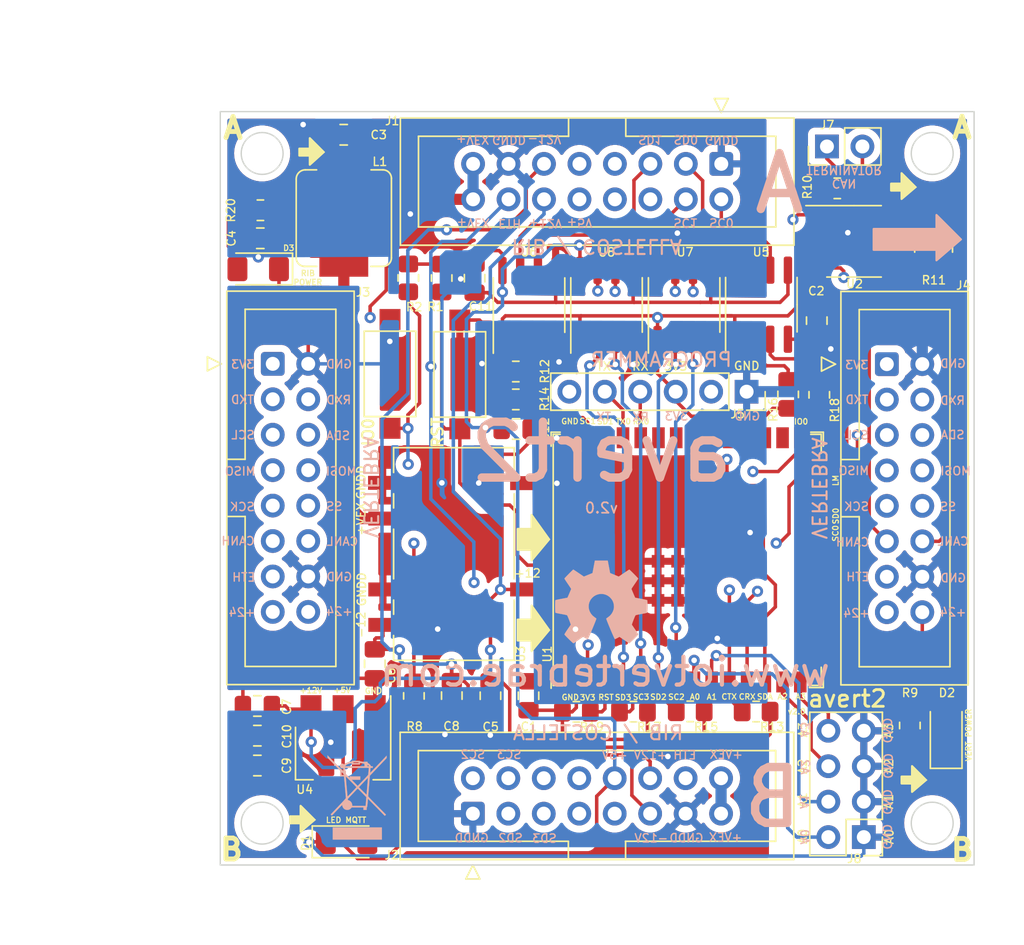
<source format=kicad_pcb>
(kicad_pcb (version 20211014) (generator pcbnew)
  (layers (0 "F.Cu" signal) (1 "In1.Cu" signal) (2 "In2.Cu" signal) (31 "B.Cu" signal) (34 "B.Paste" user) (35 "F.Paste" user) (36 "B.SilkS" user "B.Silkscreen") (37 "F.SilkS" user "F.Silkscreen") (38 "B.Mask" user) (39 "F.Mask" user) (44 "Edge.Cuts" user))
  (net 0 "")
  (net 1 "GND")
  (net 2 "+3V3")
  (net 3 "Net-(D1-Pad2)")
  (net 4 "Net-(D2-Pad2)")
  (net 5 "+VSW")
  (net 6 "GNDD")
  (net 7 "Net-(C4-Pad1)")
  (net 8 "+12V")
  (net 9 "-12V")
  (net 10 "+5V")
  (net 11 "/SC0")
  (net 12 "/SD0")
  (net 13 "+24V")
  (net 14 "/SC1")
  (net 17 "/SD1")
  (net 22 "/SC2")
  (net 23 "/SD2")
  (net 24 "/TXD")
  (net 25 "/RXD")
  (net 27 "/SCL")
  (net 32 "/SDA")
  (net 33 "/MISO")
  (net 34 "/MOSI")
  (net 35 "/SCK")
  (net 36 "/SS")
  (net 37 "/CANH")
  (net 38 "/CANL")
  (net 39 "Earth")
  (net 41 "/RX_0")
  (net 42 "/TX_0")
  (net 45 "/CTX")
  (net 46 "/CRX")
  (net 47 "Net-(J7-Pad2)")
  (net 48 "/RST")
  (net 49 "/IO0")
  (net 51 "/ADDR0")
  (net 52 "/ADDR1")
  (net 53 "/ADDR2")
  (net 54 "/ADDR3")
  (net 55 "/LED_MQTT")
  (net 56 "Net-(R10-Pad1)")
  (net 57 "/SC3")
  (net 58 "/SD3")
  (net 63 "/SDA1")
  (net 64 "/SCL2")
  (net 65 "/SCL1")
  (net 66 "/SDA2")
  (net 67 "/SDA0")
  (net 68 "/SCL3")
  (net 69 "/SCL0")
  (net 70 "/SDA3")
  (net 80 "Net-(D3-Pad2)")
  (footprint "Capacitor_SMD:C_0805_2012Metric_Pad1.18x1.45mm_HandSolder" (layer "F.Cu") (at 136.05 108.2075 -90)
    (fp_text reference "C5")
    (fp_text value "1uF/25V")
  )
  (footprint "Resistor_SMD:R_0805_2012Metric_Pad1.20x1.40mm_HandSolder" (layer "F.Cu") (at 130.165 78.26 90)
    (fp_text reference "R2")
    (fp_text value "10K")
  )
  (footprint "Capacitor_SMD:C_0805_2012Metric_Pad1.18x1.45mm_HandSolder" (layer "F.Cu") (at 119.3525 108.94 180)
    (fp_text reference "C7")
    (fp_text value "100nF")
  )
  (footprint "Resistor_SMD:R_0805_2012Metric_Pad1.20x1.40mm_HandSolder" (layer "F.Cu") (at 155.08 109.34)
    (fp_text reference "R13")
    (fp_text value "10K")
  )
  (footprint "Package_SO:SOIC-8_3.9x4.9mm_P1.27mm" (layer "F.Cu") (at 144.365 80.2 90)
    (fp_text reference "U8")
    (fp_text value "ISO1540")
  )
  (footprint "Package_SO:SOIC-8_3.9x4.9mm_P1.27mm" (layer "F.Cu") (at 162.095 75.64)
    (fp_text reference "U2")
    (fp_text value "SN65HVD230")
  )
  (footprint "Capacitor_SMD:C_0805_2012Metric_Pad1.18x1.45mm_HandSolder" (layer "F.Cu") (at 133.28 108.1975 90)
    (fp_text reference "C8")
    (fp_text value "100nF")
  )
  (footprint "Connector_IDC:IDC-Header_2x08_P2.54mm_Vertical" (layer "F.Cu") (at 164.445 84.44)
    (fp_text reference "J4")
    (fp_text value "Conn_02x08_Odd_Even")
  )
  (footprint "Resistor_SMD:R_0805_2012Metric_Pad1.20x1.40mm_HandSolder" (layer "F.Cu") (at 137.865 84.97)
    (fp_text reference "R12")
    (fp_text value "10K")
  )
  (footprint "Resistor_SMD:R_0805_2012Metric_Pad1.20x1.40mm_HandSolder" (layer "F.Cu") (at 159.605 86.64 90)
    (fp_text reference "R18")
    (fp_text value "10K")
  )
  (footprint "Cui_Converter_DCDC:PDESE1-S24-D12-M" (layer "F.Cu") (at 133.43 98.05)
    (fp_text reference "U3")
    (fp_text value "PDSE1-S24-D12-M")
  )
  (footprint "Espressif:ESP32-S3-WROOM-1U" (layer "F.Cu") (at 149.995 98.47 90)
    (fp_text reference "U1")
    (fp_text value "ESP32-S3-WROOM-1")
  )
  (footprint "Resistor_SMD:R_1210_3225Metric_Pad1.30x2.65mm_HandSolder" (layer "F.Cu") (at 167.795 75.69 -90)
    (fp_text reference "R11")
    (fp_text value "120 / 0.5W (1210)")
  )
  (footprint "Package_SO:SOIC-8_3.9x4.9mm_P1.27mm" (layer "F.Cu") (at 138.815 80.21 90)
    (fp_text reference "U6")
    (fp_text value "ISO1540")
  )
  (footprint "Capacitor_SMD:C_0805_2012Metric_Pad1.18x1.45mm_HandSolder" (layer "F.Cu") (at 119.3525 113.21 180)
    (fp_text reference "C9")
    (fp_text value "10uF/10V")
  )
  (footprint "Capacitor_SMD:C_0805_2012Metric_Pad1.18x1.45mm_HandSolder" (layer "F.Cu") (at 137.89 89.09 180)
    (fp_text reference "C12")
    (fp_text value "100nF")
  )
  (footprint "Resistor_SMD:R_0805_2012Metric_Pad1.20x1.40mm_HandSolder" (layer "F.Cu") (at 157.375 86.61 90)
    (fp_text reference "R16")
    (fp_text value "10K")
  )
  (footprint "Resistor_SMD:R_0805_2012Metric_Pad1.20x1.40mm_HandSolder" (layer "F.Cu") (at 142.205 109.36 180)
    (fp_text reference "R19")
    (fp_text value "10K")
  )
  (footprint "Resistor_SMD:R_0805_2012Metric_Pad1.20x1.40mm_HandSolder" (layer "F.Cu") (at 150.36 109.33)
    (fp_text reference "R15")
    (fp_text value "10K")
  )
  (footprint "Resistor_SMD:R_0805_2012Metric_Pad1.20x1.40mm_HandSolder" (layer "F.Cu") (at 146.295 109.35)
    (fp_text reference "R17")
    (fp_text value "10K")
  )
  (footprint "Connector_IDC:IDC-Header_2x08_P2.54mm_Vertical" (layer "F.Cu") (at 134.79 116.66 90)
    (fp_text reference "J2")
    (fp_text value "Conn_02x08_Odd_Even")
  )
  (footprint "Capacitor_SMD:C_0805_2012Metric_Pad1.18x1.45mm_HandSolder" (layer "F.Cu") (at 138.775 108.21 -90)
    (fp_text reference "C1")
    (fp_text value "100nF")
  )
  (footprint "Connector_PinHeader_2.54mm:PinHeader_1x02_P2.54mm_Vertical" (layer "F.Cu") (at 160.155 68.84 90)
    (fp_text reference "J7")
    (fp_text value "Conn_01x02")
  )
  (footprint "Package_SO:SOIC-8_3.9x4.9mm_P1.27mm" (layer "F.Cu") (at 155.455 80.18 90)
    (fp_text reference "U5")
    (fp_text value "ISO1540")
  )
  (footprint "Connector_IDC:IDC-Header_2x08_P2.54mm_Vertical" (layer "F.Cu") (at 152.585 70.0875 -90)
    (fp_text reference "J1")
    (fp_text value "Conn_02x08_Odd_Even")
  )
  (footprint "Capacitor_SMD:C_0805_2012Metric_Pad1.18x1.45mm_HandSolder" (layer "F.Cu") (at 159.425 81.3225 90)
    (fp_text reference "C2")
    (fp_text value "100nF")
  )
  (footprint "Inductor_SMD:L_Bourns_SRP7028A_7.3x6.6mm" (layer "F.Cu") (at 125.545 73.975 -90)
    (fp_text reference "L1")
    (fp_text value "6.8uH")
  )
  (footprint "Capacitor_SMD:C_0805_2012Metric_Pad1.18x1.45mm_HandSolder" (layer "F.Cu") (at 119.3525 111.07 180)
    (fp_text reference "C10")
    (fp_text value "100nF")
  )
  (footprint "LED_SMD:LED_1206_3216Metric_Pad1.42x1.75mm_HandSolder" (layer "F.Cu") (at 119.4125 77.62 180)
    (fp_text reference "D3")
    (fp_text value "LED_Y")
  )
  (footprint "Resistor_SMD:R_0805_2012Metric_Pad1.20x1.40mm_HandSolder" (layer "F.Cu") (at 119.57 73.41 180)
    (fp_text reference "R20")
    (fp_text value "10K")
  )
  (footprint "LED_SMD:LED_1206_3216Metric_Pad1.42x1.75mm_HandSolder" (layer "F.Cu") (at 125.7425 118.68)
    (fp_text reference "D1")
    (fp_text value "LED_W")
  )
  (footprint "Capacitor_SMD:C_0805_2012Metric_Pad1.18x1.45mm_HandSolder" (layer "F.Cu") (at 134.915 78.28 90)
    (fp_text reference "C11")
    (fp_text value "100nF")
  )
  (footprint "Button_Switch_SMD:SW_SPST_CK_RS282G05A3" (layer "F.Cu") (at 128.855 85.14 -90)
    (fp_text reference "SW2")
    (fp_text value "IO0")
  )
  (footprint "Package_SO:SOIC-8_3.9x4.9mm_P1.27mm" (layer "F.Cu") (at 149.925 80.2 90)
    (fp_text reference "U7")
    (fp_text value "ISO1540")
  )
  (footprint "Button_Switch_SMD:SW_SPST_CK_RS282G05A3" (layer "F.Cu") (at 133.855 85.18 -90)
    (fp_text reference "SW1")
    (fp_text value "RST")
  )
  (footprint "Connector_PinSocket_2.54mm:PinSocket_1x06_P2.54mm_Vertical" (layer "F.Cu") (at 154.4 86.415 -90)
    (fp_text reference "J5")
    (fp_text value "Conn_01x06")
  )
  (footprint "Resistor_SMD:R_0805_2012Metric_Pad1.20x1.40mm_HandSolder" (layer "F.Cu") (at 137.865 86.97)
    (fp_text reference "R14")
    (fp_text value "10K")
  )
  (footprint "Capacitor_SMD:C_0805_2012Metric_Pad1.18x1.45mm_HandSolder" (layer "F.Cu") (at 125.5375 68)
    (fp_text reference "C3")
    (fp_text value "4.7uF/50V")
  )
  (footprint "Resistor_SMD:R_0805_2012Metric_Pad1.20x1.40mm_HandSolder" (layer "F.Cu") (at 132.555 78.27 90)
    (fp_text reference "R1")
    (fp_text value "10K")
  )
  (footprint "Connector_PinHeader_2.54mm:PinHeader_2x04_P2.54mm_Vertical" (layer "F.Cu") (at 162.795 118.34 180)
    (fp_text reference "J8")
    (fp_text value "Conn_02x04_Odd_Even")
  )
  (footprint "Connector_IDC:IDC-Header_2x08_P2.54mm_Vertical" (layer "F.Cu") (at 120.455 84.42)
    (fp_text reference "J3")
    (fp_text value "Conn_02x08_Odd_Even")
  )
  (footprint "Resistor_SMD:R_0805_2012Metric_Pad1.20x1.40mm_HandSolder" (layer "F.Cu") (at 166.095 110.34 -90)
    (fp_text reference "R9")
    (fp_text value "10K")
  )
  (footprint "LED_SMD:LED_1206_3216Metric_Pad1.42x1.75mm_HandSolder" (layer "F.Cu") (at 168.695 110.9525 90)
    (fp_text reference "D2")
    (fp_text value "LED_G")
  )
  (footprint "Capacitor_SMD:C_0805_2012Metric_Pad1.18x1.45mm_HandSolder" (layer "F.Cu") (at 119.5625 75.42 180)
    (fp_text reference "C4")
    (fp_text value "4.7uF/50V")
  )
  (footprint "Resistor_SMD:R_0805_2012Metric_Pad1.20x1.40mm_HandSolder" (layer "F.Cu") (at 130.565 108.22 -90)
    (fp_text reference "R8")
    (fp_text value "330")
  )
  (footprint "Capacitor_SMD:C_0805_2012Metric_Pad1.18x1.45mm_HandSolder" (layer "F.Cu") (at 127.765 105.92 90)
    (fp_text reference "C6")
    (fp_text value "1uF/25V")
  )
  (footprint "Package_TO_SOT_SMD:SOT-223-3_TabPin2" (layer "F.Cu") (at 125.495 112.32 -90)
    (fp_text reference "U4")
    (fp_text value "LD1117S50TR_SOT223")
  )
  (footprint "Resistor_SMD:R_0805_2012Metric_Pad1.20x1.40mm_HandSolder" (layer "F.Cu") (at 160.895 71.84 180)
    (fp_text reference "R10")
    (fp_text value "10K")
  )
  (footprint "Symbol:WEEE-Logo_4.2x6mm_SilkScreen" (layer "B.Cu") (at 126.5 115.5 180)
    (fp_text reference "REF**" hide)
    (fp_text value "WEEE-Logo_4.2x6mm_SilkScreen" hide)
  )
  (footprint "Symbol:OSHW-Symbol_6.7x6mm_SilkScreen" (layer "B.Cu") (at 144 101.5 180)
    (fp_text reference "REF**" hide)
    (fp_text value "OSHW-Symbol_6.7x6mm_SilkScreen" hide)
  )
  (gr_poly (pts (xy 169.75 75.5) (xy 168 73.75) (xy 168 74.75) (xy 163.5 74.75) (xy 163.5 76.25) (xy 168 76.25) (xy 168 77)) (layer "B.SilkS") (width 0.15) (fill solid))
  (gr_poly (pts (xy 140.25 97) (xy 139 98.5) (xy 139 97.75) (xy 138 97.75) (xy 138 96.25) (xy 139 96.25) (xy 139 95.25)) (layer "F.SilkS") (width 0.15) (fill solid))
  (gr_poly (pts (xy 166.5 71.753266) (xy 165.5 72.603266) (xy 165.5 72.003266) (xy 164.75 72.003266) (xy 164.75 71.503266) (xy 165.5 71.503266) (xy 165.5 70.753266)) (layer "F.SilkS") (width 0.15) (fill solid))
  (gr_poly (pts (xy 124.108 69.244) (xy 123.108 70.15) (xy 123.108 69.494) (xy 122.358 69.494) (xy 122.358 68.994) (xy 123.108 68.994) (xy 123.108 68.244)) (layer "F.SilkS") (width 0.15) (fill solid))
  (gr_poly (pts (xy 140.25 103.5) (xy 139 105) (xy 139 104.25) (xy 138 104.25) (xy 138 102.75) (xy 139 102.75) (xy 139 101.75)) (layer "F.SilkS") (width 0.15) (fill solid))
  (gr_poly (pts (xy 123.45 117.1) (xy 122.45 117.95) (xy 122.45 117.35) (xy 121.7 117.35) (xy 121.7 116.85) (xy 122.45 116.85) (xy 122.45 116.1)) (layer "F.SilkS") (width 0.15) (fill solid))
  (gr_poly (pts (xy 167.25 114.25) (xy 166.25 115.1) (xy 166.25 114.5) (xy 165.5 114.5) (xy 165.5 114) (xy 166.25 114) (xy 166.25 113.25)) (layer "F.SilkS") (width 0.15) (fill solid))
  (gr_circle (center 119.695 69.34) (end 121.195 69.34) (layer "Edge.Cuts") (width 0.1) (fill none))
  (gr_rect (start 116.695 120.34) (end 170.695 66.34) (layer "Edge.Cuts") (width 0.1) (fill none))
  (gr_circle (center 167.695 117.34) (end 169.195 117.34) (layer "Edge.Cuts") (width 0.1) (fill none))
  (gr_circle (center 167.695 69.34) (end 169.195 69.34) (layer "Edge.Cuts") (width 0.1) (fill none))
  (gr_circle (center 119.695 117.34) (end 121.195 117.34) (layer "Edge.Cuts") (width 0.1) (fill none))
  (gr_text "ETH" (at 118.37 99.72) (layer "B.SilkS") (effects (font (size 0.6 0.6) (thickness 0.1)) (justify mirror)))
  (gr_text "SD3" (at 139.92 118.44) (layer "B.SilkS") (effects (font (size 0.6 0.6) (thickness 0.1)) (justify mirror)))
  (gr_text "SC0" (at 152.6 74.3 180) (layer "B.SilkS") (effects (font (size 0.6 0.6) (thickness 0.1)) (justify mirror)))
  (gr_text "GND" (at 125.21 84.44) (layer "B.SilkS") (effects (font (size 0.6 0.6) (thickness 0.1)) (justify mirror)))
  (gr_text "RXD" (at 125.18 87.01) (layer "B.SilkS") (effects (font (size 0.6 0.6) (thickness 0.1)) (justify mirror)))
  (gr_text "CAN\nTERMINATOR" (at 161.38 71.01 180) (layer "B.SilkS") (effects (font (size 0.6 0.6) (thickness 0.1)) (justify mirror)))
  (gr_text "+5V" (at 144.95 112.46) (layer "B.SilkS") (effects (font (size 0.6 0.6) (thickness 0.1)) (justify mirror)))
  (gr_text "SD0" (at 150.05 68.34 180) (layer "B.SilkS") (effects (font (size 0.6 0.6) (thickness 0.1)) (justify mirror)))
  (gr_text "ETH" (at 137.43 74.36 180) (layer "B.SilkS") (effects (font (size 0.6 0.6) (thickness 0.1)) (justify mirror)))
  (gr_text "SC3" (at 137.39 112.43) (layer "B.SilkS") (effects (font (size 0.6 0.6) (thickness 0.1)) (justify mirror)))
  (gr_text "SD1" (at 147.51 68.35 180) (layer "B.SilkS") (effects (font (size 0.6 0.6) (thickness 0.1)) (justify mirror)))
  (gr_text "3V3" (at 149.37 88.17) (layer "B.SilkS") (effects (font (size 0.6 0.6) (thickness 0.1)) (justify mirror)))
  (gr_text "GND" (at 164.46 115.82 270) (layer "B.SilkS") (effects (font (size 0.6 0.6) (thickness 0.1)) (justify mirror)))
  (gr_text "B" (at 156.25 115.5) (layer "B.SilkS") (effects (font (size 4 4) (thickness 0.6)) (justify mirror)))
  (gr_text "+12V" (at 139.98 74.35 180) (layer "B.SilkS") (effects (font (size 0.6 0.6) (thickness 0.1)) (justify mirror)))
  (gr_text "SCL" (at 118.32 89.52) (layer "B.SilkS") (effects (font (size 0.6 0.6) (thickness 0.1)) (justify mirror)))
  (gr_text "GND" (at 164.45 118.32 270) (layer "B.SilkS") (effects (font (size 0.6 0.6) (thickness 0.1)) (justify mirror)))
  (gr_text "-12V" (at 139.91 68.32 180) (layer "B.SilkS") (effects (font (size 0.6 0.6) (thickness 0.1)) (justify mirror)))
  (gr_text "GNDD" (at 150.09 118.41) (layer "B.SilkS") (effects (font (size 0.6 0.6) (thickness 0.1)) (justify mirror)))
  (gr_text "MISO" (at 162.08 92.08) (layer "B.SilkS") (effects (font (size 0.6 0.6) (thickness 0.1)) (justify mirror)))
  (gr_text "RIB / COSTELLA" (at 143.66 76 180) (layer "B.SilkS") (effects (font (size 1 1)) (justify mirror)))
  (gr_text "ETH" (at 149.97 112.46) (layer "B.SilkS") (effects (font (size 0.6 0.6) (thickness 0.1)) (justify mirror)))
  (gr_text "CANH" (at 161.99 97.2) (layer "B.SilkS") (effects (font (size 0.6 0.6) (thickness 0.1)) (justify mirror)))
  (gr_text "GND" (at 164.51 113.24 270) (layer "B.SilkS") (effects (font (size 0.6 0.6) (thickness 0.1)) (justify mirror)))
  (gr_text "GNDD" (at 152.61 68.39 180) (layer "B.SilkS") (effects (font (size 0.6 0.6) (thickness 0.1)) (justify mirror)))
  (gr_text "+VEX" (at 134.81 74.31 180) (layer "B.SilkS") (effects (font (size 0.6 0.6) (thickness 0.1)) (justify mirror)))
  (gr_text "TXD" (at 162.3 86.99) (layer "B.SilkS") (effects (font (size 0.6 0.6) (thickness 0.1)) (justify mirror)))
  (gr_text "avert2" (at 144 90.75) (layer "B.SilkS") (effects (font (size 4 4) (thickness 0.6)) (justify mirror)))
  (gr_text "-12V" (at 147.57 118.42) (layer "B.SilkS") (effects (font (size 0.6 0.6) (thickness 0.1)) (justify mirror)))
  (gr_text "+VEX" (at 152.94 112.42) (layer "B.SilkS") (effects (font (size 0.6 0.6) (thickness 0.1)) (justify mirror)))
  (gr_text "RIB / COSTELLA" (at 143.76 110.87) (layer "B.SilkS") (effects (font (size 1 1)) (justify mirror)))
  (gr_text "GND" (at 169.18 84.4) (layer "B.SilkS") (effects (font (size 0.6 0.6) (thickness 0.1)) (justify mirror)))
  (gr_text "PROGRAMMER" (at 148.29 84.12) (layer "B.SilkS") (effects (font (size 1 1)) (justify mirror)))
  (gr_text "GND" (at 169.2 99.77) (layer "B.SilkS") (effects (font (size 0.6 0.6) (thickness 0.1)) (justify mirror)))
  (gr_text "SC2" (at 134.79 112.42) (layer "B.SilkS") (effects (font (size 0.6 0.6) (thickness 0.1)) (justify mirror)))
  (gr_text "SCK" (at 162.27 94.65) (layer "B.SilkS") (effects (font (size 0.6 0.6) (thickness 0.1)) (justify mirror)))
  (gr_text "VERTEBRA" (at 127.46 93.26 270) (layer "B.SilkS") (effects (font (size 1 1)) (justify mirror)))
  (gr_text "CANH" (at 117.97 97.12) (layer "B.SilkS") (effects (font (size 0.6 0.6) (thickness 0.1)) (justify mirror)))
  (gr_text "MISO" (at 118.12 92.12) (layer "B.SilkS") (effects (font (size 0.6 0.6) (thickness 0.1)) (justify mirror)))
  (gr_text "RX" (at 146.81 88.23) (layer "B.SilkS") (effects (font (size 0.6 0.6) (thickness 0.1)) (justify mirror)))
  (gr_text "SD2" (at 137.49 118.41) (layer "B.SilkS") (effects (font (size 0.6 0.6) (thickness 0.1)) (justify mirror)))
  (gr_text "RXD" (at 169.15 87.05) (layer "B.SilkS") (effects (font (size 0.6 0.6) (thickness 0.1)) (justify mirror)))
  (gr_text "+12V" (at 147.52 112.46) (layer "B.SilkS") (effects (font (size 0.6 0.6) (thickness 0.1)) (justify mirror)))
  (gr_text "A2" (at 158.59 113.31 -90) (layer "B.SilkS") (effects (font (size 0.6 0.6) (thickness 0.1)) (justify mirror)))
  (gr_text "GNDD" (at 134.71 118.4) (layer "B.SilkS") (effects (font (size 0.6 0.6) (thickness 0.1)) (justify mirror)))
  (gr_text "www.iotvertebrae.com" (at 144.25 106.5) (layer "B.SilkS") (effects (font (size 2 2) (thickness 0.3)) (justify mirror)))
  (gr_text "VERTEBRA" (at 159.58 93.34 270) (layer "B.SilkS") (effects (font (size 1 1)) (justify mirror)))
  (gr_text "+24" (at 162.27 102.29) (layer "B.SilkS") (effects (font (size 0.6 0.6) (thickness 0.1)) (justify mirror)))
  (gr_text "A3" (at 158.56 110.63 -90) (layer "B.SilkS") (effects (font (size 0.6 0.6) (thickness 0.1)) (justify mirror)))
  (gr_text "+24" (at 125.24 102.17) (layer "B.SilkS") (effects (font (size 0.6 0.6) (thickness 0.1)) (justify mirror)))
  (gr_text "TXD" (at 118.28 86.99) (layer "B.SilkS") (effects (font (size 0.6 0.6) (thickness 0.1)) (justify mirror)))
  (gr_text "CANL" (at 125.45 97.15) (layer "B.SilkS") (effects (font (size 0.6 0.6) (thickness 0.1)) (justify mirror)))
  (gr_text "+5V" (at 142.43 74.31 180) (layer "B.SilkS") (effects (font (size 0.6 0.6) (thickness 0.1)) (justify mirror)))
  (gr_text "+24" (at 169.19 102.22) (layer "B.SilkS") (effects (font (size 0.6 0.6) (thickness 0.1)) (justify mirror)))
  (gr_text "SC1" (at 150.04 74.31 180) (layer "B.SilkS") (effects (font (size 0.6 0.6) (thickness 0.1)) (justify mirror)))
  (gr_text "+24" (at 118.25 102.23) (layer "B.SilkS") (effects (font (size 0.6 0.6) (thickness 0.1)) (justify mirror)))
  (gr_text "SCK" (at 118.27 94.67) (layer "B.SilkS") (effects (font (size 0.6 0.6) (thickness 0.1)) (justify mirror)))
  (gr_text "3V3" (at 118.3 84.46) (layer "B.SilkS") (effects (font (size 0.6 0.6) (thickness 0.1)) (justify mirror)))
  (gr_text "MOSI" (at 125.35 92.12) (layer "B.SilkS") (effects (font (size 0.6 0.6) (thickness 0.1)) (justify mirror)))
  (gr_text "GND" (at 125.22 99.69) (layer "B.SilkS") (effects (font (size 0.6 0.6) (thickness 0.1)) (justify mirror)))
  (gr_text "GND" (at 154.45 88.17) (layer "B.SilkS") (effects (font (size 0.6 0.6) (thickness 0.1)) (justify mirror)))
  (gr_text "SS" (at 168.83 94.66) (layer "B.SilkS") (effects (font (size 0.6 0.6) (thickness 0.1)) (justify mirror)))
  (gr_text "+VEX" (at 152.89 118.36) (layer "B.SilkS") (effects (font (size 0.6 0.6) (thickness 0.1)) (justify mirror)))
  (gr_text "A0" (at 158.56 118.32 -90) (layer "B.SilkS") (effects (font (size 0.6 0.6) (thickness 0.1)) (justify mirror)))
  (gr_text "SDA" (at 125.14 89.57) (layer "B.SilkS") (effects (font (size 0.6 0.6) (thickness 0.1)) (justify mirror)))
  (gr_text "SCL" (at 162.3 89.53) (layer "B.SilkS") (effects (font (size 0.6 0.6) (thickness 0.1)) (justify mirror)))
  (gr_text "A" (at 156.75 71.5) (layer "B.SilkS") (effects (font (size 4 4) (thickness 0.6)) (justify mirror)))
  (gr_text "v2.0" (at 144 94.75) (layer "B.SilkS") (effects (font (size 0.75 0.75) (thickness 0.12)) (justify mirror)))
  (gr_text "GNDD" (at 137.38 68.36 180) (layer "B.SilkS") (effects (font (size 0.6 0.6) (thickness 0.1)) (justify mirror)))
  (gr_text "+VEX" (at 134.77 68.35 180) (layer "B.SilkS") (effects (font (size 0.6 0.6) (thickness 0.1)) (justify mirror)))
  (gr_text "3V3" (at 162.29 84.5) (layer "B.SilkS") (effects (font (size 0.6 0.6) (thickness 0.1)) (justify mirror)))
  (gr_text "A1" (at 158.53 115.77 -90) (layer "B.SilkS") (effects (font (size 0.6 0.6) (thickness 0.1)) (justify mirror)))
  (gr_text "TX" (at 144.17 88.22) (layer "B.SilkS") (effects (font (size 0.6 0.6) (thickness 0.1)) (justify mirror)))
  (gr_text "SDA" (at 169.16 89.51) (layer "B.SilkS") (effects (font (size 0.6 0.6) (thickness 0.1)) (justify mirror)))
  (gr_text "CANL" (at 169.19 97.14) (layer "B.SilkS") (effects (font (size 0.6 0.6) (thickness 0.1)) (justify mirror)))
  (gr_text "MOSI" (at 169.37 92.1) (layer "B.SilkS") (effects (font (size 0.6 0.6) (thickness 0.1)) (justify mirror)))
  (gr_text "ETH" (at 162.36 99.69) (layer "B.SilkS") (effects (font (size 0.6 0.6) (thickness 0.1)) (justify mirror)))
  (gr_text "SS" (at 124.86 94.64) (layer "B.SilkS") (effects (font (size 0.6 0.6) (thickness 0.1)) (justify mirror)))
  (gr_text "GND" (at 164.46 110.7 270) (layer "B.SilkS") (effects (font (size 0.6 0.6) (thickness 0.1)) (justify mirror)))
  (gr_text "GNDD" (at 126.785 92.92 90) (layer "F.SilkS") (effects (font (size 0.6 0.6) (thickness 0.1))))
  (gr_text "TX" (at 144.16 84.6) (layer "F.SilkS") (effects (font (size 0.6 0.6) (thickness 0.1))))
  (gr_text "SC1" (at 143.02 88.53) (layer "F.SilkS") (effects (font (size 0.4 0.4) (thickness 0.08))))
  (gr_text "A2" (at 158.415 113.28 90) (layer "F.SilkS") (effects (font (size 0.6 0.6) (thickness 0.1))))
  (gr_text "A2" (at 156.98 108.27) (layer "F.SilkS") (effects (font (size 0.4 0.4) (thickness 0.08))))
  (gr_text "GND" (at 141.77 108.32) (layer "F.SilkS") (effects (font (size 0.4 0.4) (thickness 0.08))))
  (gr_text "LED MQTT" (at 125.71 117.12) (layer "F.SilkS") (effects (font (size 0.4 0.4) (thickness 0.08))))
  (gr_text "+12" (at 138.705 99.43) (layer "F.SilkS") (effects (font (size 0.6 0.6) (thickness 0.1))))
  (gr_text "A" (at 117.61 67.52) (layer "F.SilkS") (effects (font (size 1.5 1.5) (thickness 0.35))))
  (gr_text "LM" (at 160.78 92.78 90) (layer "F.SilkS") (effects (font (size 0.4 0.4) (thickness 0.08))))
  (gr_text "avert2" (at 161.62 108.42) (layer "F.SilkS") (effects (font (size 1.2 1.2) (thickness 0.2))))
  (gr_text "SC3" (at 146.84 108.3) (layer "F.SilkS") (effects (font (size 0.4 0.4) (thickness 0.08))))
  (gr_text "A" (at 169.83 67.5) (layer "F.SilkS") (effects (font (size 1.5 1.5) (thickness 0.35))))
  (gr_text "3V3" (at 143.01 108.34) (layer "F.SilkS") (effects (font (size 0.4 0.4) (thickness 0.08))))
  (gr_text "B" (at 169.85 119.26) (layer "F.SilkS") (effects (font (size 1.5 1.5) (thickness 0.35))))
  (gr_text "GND" (at 141.74 88.54) (layer "F.SilkS") (effects (font (size 0.4 0.4) (thickness 0.08))))
  (gr_text "RX0" (at 146.84 88.55) (layer "F.SilkS") (effects (font (size 0.4 0.4) (thickness 0.08))))
  (gr_text "GNDD" (at 126.825 100.58 90) (layer "F.SilkS") (effects (font (size 0.6 0.6) (thickness 0.1))))
  (gr_text "CTX" (at 153.15 108.28) (layer "F.SilkS") (effects (font (size 0.4 0.4) (thickness 0.08))))
  (gr_text "A1" (at 151.91 108.29) (layer "F.SilkS") (effects (font (size 0.4 0.4) (thickness 0.08))))
  (gr_text "CRX" (at 154.44 108.28) (layer "F.SilkS") (effects (font (size 0.4 0.4) (thickness 0.08))))
  (gr_text "+5V" (at 125.43 107.81) (layer "F.SilkS") (effects (font (size 0.4 0.4) (thickness 0.08))))
  (gr_text "SD1" (at 144.28 88.55) (layer "F.SilkS") (effects (font (size 0.4 0.4) (thickness 0.08))))
  (gr_text "SC2" (at 149.37 108.3) (layer "F.SilkS") (effects (font (size 0.4 0.4) (thickness 0.08))))
  (gr_text "A0" (at 158.415 118.29 90) (layer "F.SilkS") (effects (font (size 0.6 0.6) (thickness 0.1))))
  (gr_text "RX" (at 146.79 84.6) (layer "F.SilkS") (effects (font (size 0.6 0.6) (thickness 0.1))))
  (gr_text "A1" (at 164.585 115.79 90) (layer "F.SilkS") (effects (font (size 0.6 0.6) (thickness 0.1))))
  (gr_text "A3" (at 164.585 110.71 90) (layer "F.SilkS") (effects (font (size 0.6 0.6) (thickness 0.1))))
  (gr_text "GND" (at 154.41 84.57) (layer "F.SilkS") (effects (font (size 0.6 0.6) (thickness 0.1))))
  (gr_text "A2" (at 164.595 113.26 90) (layer "F.SilkS") (effects (font (size 0.6 0.6) (thickness 0.1))))
  (gr_text "A0" (at 164.615 118.31 90) (layer "F.SilkS") (effects (font (size 0.6 0.6) (thickness 0.1))))
  (gr_text "A0" (at 150.7 108.29) (layer "F.SilkS") (effects (font (size 0.4 0.4) (thickness 0.08))))
  (gr_text "VERT POWER" (at 170.3 111.02 90) (layer "F.SilkS") (effects (font (size 0.4 0.4) (thickness 0.08))))
  (gr_text "v2.0" (at 157.99 109.34) (layer "F.SilkS") (effects (font (size 0.4 0.4) (thickness 0.08))))
  (gr_text "A1" (at 158.415 115.69 90) (layer "F.SilkS") (effects (font (size 0.6 0.6) (thickness 0.1))))
  (gr_text "SC0" (at 160.77 96.57 90) (layer "F.SilkS") (effects (font (size 0.4 0.4) (thickness 0.08))))
  (gr_text "RIB\nPOWER" (at 122.97 78.25) (layer "F.SilkS") (effects (font (size 0.4 0.4) (thickness 0.08))))
  (gr_text "+VEX" (at 126.785 95.54 90) (layer "F.SilkS") (effects (font (size 0.6 0.6) (thickness 0.1))))
  (gr_text "SD2" (at 148.08 108.3) (layer "F.SilkS") (effects (font (size 0.4 0.4) (thickness 0.08))))
  (gr_text "SD0" (at 160.79 95.33 90) (layer "F.SilkS") (effects (font (size 0.4 0.4) (thickness 0.08))))
  (gr_text "+12V" (at 123.19 107.83) (layer "F.SilkS") (effects (font (size 0.4 0.4) (thickness 0.08))))
  (gr_text "TX0" (at 145.57 88.55) (layer "F.SilkS") (effects (font (size 0.4 0.4) (thickness 0.08))))
  (gr_text "A3" (at 158.27 108.28) (layer "F.SilkS") (effects (font (size 0.4 0.4) (thickness 0.08))))
  (gr_text "3V3" (at 149.32 84.6) (layer "F.SilkS") (effects (font (size 0.6 0.6) (thickness 0.1))))
  (gr_text "GND" (at 127.67 107.86) (layer "F.SilkS") (effects (font (size 0.4 0.4) (thickness 0.08))))
  (gr_text "SDA" (at 155.71 108.28) (layer "F.SilkS") (effects (font (size 0.4 0.4) (thickness 0.08))))
  (gr_text "-12" (at 126.785 103.12 90) (layer "F.SilkS") (effects (font (size 0.6 0.6) (thickness 0.1))))
  (gr_text "RST" (at 144.33 108.32) (layer "F.SilkS") (effects (font (size 0.4 0.4) (thickness 0.08))))
  (gr_text "B" (at 117.5 119.23) (layer "F.SilkS") (effects (font (size 1.5 1.5) (thickness 0.35))))
  (gr_text "IO0" (at 158.3 88.56) (layer "F.SilkS") (effects (font (size 0.4 0.4) (thickness 0.08))))
  (gr_text "A3" (at 158.435 110.64 90) (layer "F.SilkS") (effects (font (size 0.6 0.6) (thickness 0.1))))
  (gr_text "SD3" (at 145.55 108.33) (layer "F.SilkS") (effects (font (size 0.4 0.4) (thickness 0.08))))
  (segment (start 138.775 107.1725) (end 138.8225 107.22) (width 0.25) (layer "F.Cu") (net 1))
  (segment (start 154.4 84.98) (end 154.4 86.415) (width 0.25) (layer "F.Cu") (net 1))
  (segment (start 167.3 112.44) (end 166.48 113.26) (width 0.25) (layer "F.Cu") (net 1))
  (segment (start 135.44 81.46) (end 135.44 84.4) (width 0.25) (layer "F.Cu") (net 1))
  (segment (start 141.735 89.72) (end 140.8 89.72) (width 0.25) (layer "F.Cu") (net 1))
  (segment (start 159.425 82.36) (end 159.425 82.695) (width 0.25) (layer "F.Cu") (net 1))
  (segment (start 128.84 82.81) (end 128.84 81.255) (width 0.25) (layer "F.Cu") (net 1))
  (segment (start 142.14 103.44) (end 142.14 104.14) (width 0.25) (layer "F.Cu") (net 1))
  (segment (start 146.27 84.46) (end 146.26 84.47) (width 0.25) (layer "F.Cu") (net 1))
  (segment (start 151.83 83.74) (end 152.56 84.47) (width 0.25) (layer "F.Cu") (net 1))
  (segment (start 152.56 84.47) (end 153.89 84.47) (width 0.25) (layer "F.Cu") (net 1))
  (segment (start 151.83 82.675) (end 151.83 83.74) (width 0.25) (layer "F.Cu") (net 1))
  (segment (start 138.8225 107.22) (end 141.735 107.22) (width 0.25) (layer "F.Cu") (net 1))
  (segment (start 140.71 83.74) (end 140.71 82.695) (width 0.25) (layer "F.Cu") (net 1))
  (segment (start 133.855 81.28) (end 135.26 81.28) (width 0.25) (layer "F.Cu") (net 1))
  (segment (start 140.8 89.72) (end 140.79 89.73) (width 0.25) (layer "F.Cu") (net 1))
  (segment (start 141.735 107.22) (end 141.735 104.545) (width 0.25) (layer "F.Cu") (net 1))
  (segment (start 140.71 82.695) (end 140.72 82.685) (width 0.25) (layer "F.Cu") (net 1))
  (segment (start 159.425 82.36) (end 159.44 82.36) (width 0.25) (layer "F.Cu") (net 1))
  (segment (start 122.995 81.335) (end 122.995 84.42) (width 0.25) (layer "F.Cu") (net 1))
  (segment (start 120.9 79.24) (end 122.995 81.335) (width 0.25) (layer "F.Cu") (net 1))
  (segment (start 120.9 77.62) (end 120.9 79.24) (width 0.25) (layer "F.Cu") (net 1))
  (segment (start 159.62 75.005) (end 161.635 75.005) (width 0.25) (layer "F.Cu") (net 1))
  (segment (start 135.26 81.28) (end 135.44 81.46) (width 0.25) (layer "F.Cu") (net 1))
  (segment (start 166.48 113.26) (end 162.795 113.26) (width 0.25) (layer "F.Cu") (net 1))
  (segment (start 142.14 104.14) (end 141.735 104.545) (width 0.25) (layer "F.Cu") (net 1))
  (segment (start 153.89 84.47) (end 154.4 84.98) (width 0.25) (layer "F.Cu") (net 1))
  (segment (start 124.255 118.68) (end 123.08 118.68) (width 0.25) (layer "F.Cu") (net 1))
  (segment (start 157.36 82.655) (end 158.035 82.655) (width 0.25) (layer "F.Cu") (net 1))
  (segment (start 140.96 84.28) (end 140.96 83.99) (width 0.25) (layer "F.Cu") (net 1))
  (segment (start 168.695 112.44) (end 167.3 112.44) (width 0.25) (layer "F.Cu") (net 1))
  (segment (start 146.27 82.675) (end 146.27 84.46) (width 0.25) (layer "F.Cu") (net 1))
  (segment (start 158.33 82.36) (end 159.425 82.36) (width 0.25) (layer "F.Cu") (net 1))
  (segment (start 161.635 75.005) (end 161.65 75.02) (width 0.25) (layer "F.Cu") (net 1))
  (segment (start 140.96 83.99) (end 140.71 83.74) (width 0.25) (layer "F.Cu") (net 1))
  (segment (start 159.44 82.36) (end 160.43 83.35) (width 0.25) (layer "F.Cu") (net 1))
  (segment (start 123.08 118.68) (end 123.05 118.71) (width 0.25) (layer "F.Cu") (net 1))
  (segment (start 128.84 81.255) (end 128.855 81.24) (width 0.25) (layer "F.Cu") (net 1))
  (segment (start 158.035 82.655) (end 158.33 82.36) (width 0.25) (layer "F.Cu") (net 1))
  (via (at 161.65 75.02) (size 0.8) (drill 0.4) (layers "F.Cu" "B.Cu") (net 1))
  (via (at 128.84 82.81) (size 0.8) (drill 0.4) (layers "F.Cu" "B.Cu") (net 1))
  (via (at 123.05 118.71) (size 0.8) (drill 0.4) (layers "F.Cu" "B.Cu") (net 1))
  (via (at 142.14 103.44) (size 0.8) (drill 0.4) (layers "F.Cu" "B.Cu") (net 1))
  (via (at 140.81 92.98) (size 0.8) (drill 0.4) (layers "F.Cu" "B.Cu") (net 1))
  (via (at 160.43 83.35) (size 0.8) (drill 0.4) (layers "F.Cu" "B.Cu") (net 1))
  (via (at 152.3 104.1) (size 0.8) (drill 0.4) (layers "F.Cu" "B.Cu") (net 1))
  (via (at 154.65 96.51) (size 0.8) (drill 0.4) (layers "F.Cu" "B.Cu") (net 1))
  (via (at 135.44 84.4) (size 0.8) (drill 0.4) (layers "F.Cu" "B.Cu") (net 1))
  (via (at 146.26 84.47) (size 0.8) (drill 0.4) (layers "F.Cu" "B.Cu") (net 1))
  (via (at 140.79 89.73) (size 0.8) (drill 0.4) (layers "F.Cu" "B.Cu") (net 1))
  (via (at 140.96 84.28) (size 0.8) (drill 0.4) (layers "F.Cu" "B.Cu") (net 1))
  (segment (start 124.04 119.7) (end 123.05 118.71) (width 0.25) (layer "B.Cu") (net 1))
  (segment (start 165.8 81.17) (end 166.985 82.355) (width 0.8) (layer "B.Cu") (net 1))
  (segment (start 145.92 83.35) (end 141.4 83.35) (width 0.25) (layer "B.Cu") (net 1))
  (segment (start 160.025 86.415) (end 154.4 86.415) (width 0.8) (layer "B.Cu") (net 1))
  (segment (start 146.26 83.69) (end 145.92 83.35) (width 0.25) (layer "B.Cu") (net 1))
  (segment (start 161.68 84.76) (end 161.68 82.31) (width 0.8) (layer "B.Cu") (net 1))
  (segment (start 147.15 84.47) (end 148.13 83.49) (width 0.25) (layer "B.Cu") (net 1))
  (segment (start 162.795 119.505) (end 162.6 119.7) (width 0.25) (layer "B.Cu") (net 1))
  (segment (start 146.26 84.47) (end 146.26 83.69) (width 0.25) (layer "B.Cu") (net 1))
  (segment (start 154.4 84.49) (end 154.4 86.415) (width 0.25) (layer "B.Cu") (net 1))
  (segment (start 141.4 83.35) (end 140.96 83.79) (width 0.25) (layer "B.Cu") (net 1))
  (segment (start 162.795 118.34) (end 162.795 119.505) (width 0.25) (layer "B.Cu") (net 1))
  (segment (start 140.96 83.79) (end 140.96 84.28) (width 0.25) (layer "B.Cu") (net 1))
  (segment (start 160.025 86.415) (end 161.68 84.76) (width 0.8) (layer "B.Cu") (net 1))
  (segment (start 140.79 89.73) (end 140.79 88.5) (width 0.25) (layer "B.Cu") (net 1))
  (segment (start 128.43 84.42) (end 128.84 84.01) (width 0.25) (layer "B.Cu") (net 1))
  (segment (start 128.84 84.01) (end 128.84 82.81) (width 0.25) (layer "B.Cu") (net 1))
  (segment (start 146.26 84.47) (end 147.15 84.47) (width 0.25) (layer "B.Cu") (net 1))
  (segment (start 140.14 87.85) (end 140.14 85.69) (width 0.25) (layer "B.Cu") (net 1))
  (segment (start 122.995 84.42) (end 128.43 84.42) (width 0.25) (layer "B.Cu") (net 1))
  (segment (start 140.14 85.69) (end 140.96 84.87) (width 0.25) (layer "B.Cu") (net 1))
  (segment (start 162.82 81.17) (end 165.8 81.17) (width 0.8) (layer "B.Cu") (net 1))
  (segment (start 162.6 119.7) (end 124.04 119.7) (width 0.25) (layer "B.Cu") (net 1))
  (segment (start 140.96 84.87) (end 140.96 84.28) (width 0.25) (layer "B.Cu") (net 1))
  (segment (start 161.68 82.31) (end 162.82 81.17) (width 0.8) (layer "B.Cu") (net 1))
  (segment (start 148.13 83.49) (end 153.4 83.49) (width 0.25) (layer "B.Cu") (net 1))
  (segment (start 166.985 82.355) (end 166.985 84.44) (width 0.8) (layer "B.Cu") (net 1))
  (segment (start 140.79 88.5) (end 140.14 87.85) (width 0.25) (layer "B.Cu") (net 1))
  (segment (start 153.4 83.49) (end 154.4 84.49) (width 0.25) (layer "B.Cu") (net 1))
  (segment (start 137.12 80.98) (end 142.54 80.98) (width 0.25) (layer "F.Cu") (net 2))
  (segment (start 142.54 80.98) (end 147.9 80.98) (width 0.25) (layer "F.Cu") (net 2))
  (segment (start 128.84 77.26) (end 130.165 77.26) (width 0.25) (layer "F.Cu") (net 2))
  (segment (start 143.005 104.615) (end 143.05 104.57) (width 0.25) (layer "F.Cu") (net 2))
  (segment (start 158.14 76.85) (end 158.14 80.2) (width 0.25) (layer "F.Cu") (net 2))
  (segment (start 147.9 80.98) (end 152.91 80.98) (width 0.25) (layer "F.Cu") (net 2))
  (segment (start 142.46 82.675) (end 142.46 81.06) (width 0.25) (layer "F.Cu") (net 2))
  (segment (start 142.935 108.29) (end 142.48 108.29) (width 0.25) (layer "F.Cu") (net 2))
  (segment (start 156.08 109.34) (end 156.08 110.96) (width 0.25) (layer "F.Cu") (net 2))
  (segment (start 138.775 109.2475) (end 141.0925 109.2475) (width 0.25) (layer "F.Cu") (net 2))
  (segment (start 127.43 81.1) (end 127.43 80.3) (width 0.25) (layer "F.Cu") (net 2))
  (segment (start 136.91 84.925) (end 136.865 84.97) (width 0.25) (layer "F.Cu") (net 2))
  (segment (start 142.2 109.06) (end 141.9 109.36) (width 0.25) (layer "F.Cu") (net 2))
  (segment (start 157.36 80.98) (end 158.055 80.285) (width 0.25) (layer "F.Cu") (net 2))
  (segment (start 141.205 110.835) (end 141.205 109.36) (width 0.25) (layer "F.Cu") (net 2))
  (segment (start 156.28 87.61) (end 157.375 87.61) (width 0.25) (layer "F.Cu") (net 2))
  (segment (start 142.48 108.29) (end 142.2 108.57) (width 0.25) (layer "F.Cu") (net 2))
  (segment (start 136.865 84.97) (end 136.865 86.97) (width 0.25) (layer "F.Cu") (net 2))
  (segment (start 153.55 81.05) (end 153.55 81.18) (width 0.25) (layer "F.Cu") (net 2))
  (segment (start 151.45 111.34) (end 147.33 111.34) (width 0.25) (layer "F.Cu") (net 2))
  (segment (start 150.44 88.18) (end 155.71 88.18) (width 0.25) (layer "F.Cu") (net 2))
  (segment (start 136.91 82.685) (end 136.91 84.925) (width 0.25) (layer "F.Cu") (net 2))
  (segment (start 153.55 81.18) (end 153.55 82.655) (width 0.25) (layer "F.Cu") (net 2))
  (segment (start 147.295 111.305) (end 147.33 111.34) (width 0.25) (layer "F.Cu") (net 2))
  (segment (start 136.91 82.685) (end 136.91 81.19) (width 0.25) (layer "F.Cu") (net 2))
  (segment (start 156.08 110.96) (end 155.7 111.34) (width 0.25) (layer "F.Cu") (net 2))
  (segment (start 143.005 108.22) (end 142.935 108.29) (width 0.25) (layer "F.Cu") (net 2))
  (segment (start 148.02 85.115) (end 149.32 86.415) (width 0.25) (layer "F.Cu") (net 2))
  (segment (start 148.02 82.675) (end 148.02 81.1) (width 0.25) (layer "F.Cu") (net 2))
  (segment (start 155.71 88.18) (end 156.28 87.61) (width 0.25) (layer "F.Cu") (net 2))
  (segment (start 147.295 109.35) (end 147.295 111.305) (width 0.25) (layer "F.Cu") (net 2))
  (segment (start 149.32 87.06) (end 150.44 88.18) (width 0.25) (layer "F.Cu") (net 2))
  (segment (start 159.62 76.275) (end 158.715 76.275) (width 0.25) (layer "F.Cu") (net 2))
  (segment (start 128.585 79.145) (end 128.585 77.515) (width 0.25) (layer "F.Cu") (net 2))
  (segment (start 141.9 109.36) (end 141.205 109.36) (width 0.25) (layer "F.Cu") (net 2))
  (segment (start 158.715 76.275) (end 158.14 76.85) (width 0.25) (layer "F.Cu") (net 2))
  (segment (start 151.36 111.25) (end 151.45 111.34) (width 0.25) (layer "F.Cu") (net 2))
  (segment (start 143.005 107.22) (end 143.005 108.22) (width 0.25) (layer "F.Cu") (net 2))
  (segment (start 148.02 82.675) (end 148.02 85.115) (width 0.25) (layer "F.Cu") (net 2))
  (segment (start 159.605 87.64) (end 157.405 87.64) (width 0.25) (layer "F.Cu") (net 2))
  (segment (start 130.175 77.27) (end 130.165 77.26) (width 0.25) (layer "F.Cu") (net 2))
  (segment (start 132.555 77.27) (end 130.175 77.27) (width 0.25) (layer "F.Cu") (net 2))
  (segment (start 147.33 111.34) (end 141.71 111.34) (width 0.25) (layer "F.Cu") (net 2))
  (segment (start 159.425 80.285) (end 158.055 80.285) (width 0.25) (layer "F.Cu") (net 2))
  (segment (start 158.14 80.2) (end 158.055 80.285) (width 0.25) (layer "F.Cu") (net 2))
  (segment (start 136.91 81.19) (end 137.12 80.98) (width 0.25) (layer "F.Cu") (net 2))
  (segment (start 142.2 108.57) (end 142.2 109.06) (width 0.25) (layer "F.Cu") (net 2))
  (segment (start 155.7 111.34) (end 151.45 111.34) (width 0.25) (layer "F.Cu") (net 2))
  (segment (start 143.005 107.22) (end 143.005 104.615) (width 0.25) (layer "F.Cu") (net 2))
  (segment (start 152.91 80.98) (end 157.36 80.98) (width 0.25) (layer "F.Cu") (net 2))
  (segment (start 151.36 109.33) (end 151.36 111.25) (width 0.25) (layer "F.Cu") (net 2))
  (segment (start 142.46 81.06) (end 142.54 80.98) (width 0.25) (layer "F.Cu") (net 2))
  (segment (start 157.405 87.64) (end 157.375 87.61) (width 0.25) (layer "F.Cu") (net 2))
  (segment (start 141.71 111.34) (end 141.205 110.835) (width 0.25) (layer "F.Cu") (net 2))
  (segment (start 149.32 86.415) (end 149.32 87.06) (width 0.25) (layer "F.Cu") (net 2))
  (segment (start 127.43 80.3) (end 128.585 79.145) (width 0.25) (layer "F.Cu") (net 2))
  (segment (start 152.91 80.98) (end 153.35 80.98) (width 0.25) (layer "F.Cu") (net 2))
  (segment (start 128.585 77.515) (end 128.84 77.26) (width 0.25) (layer "F.Cu") (net 2))
  (segment (start 141.0925 109.2475) (end 141.205 109.36) (width 0.25) (layer "F.Cu") (net 2))
  (via (at 127.43 81.1) (size 0.8) (drill 0.4) (layers "F.Cu" "B.Cu") (net 2))
  (via (at 143.05 104.57) (size 0.8) (drill 0.4) (layers "F.Cu" "B.Cu") (net 2))
  (via (at 148.02 81.1) (size 0.8) (drill 0.4) (layers "F.Cu" "B.Cu") (net 2))
  (segment (start 130.565 109.22) (end 130.565 110.835) (width 0.25) (layer "F.Cu") (net 3))
  (segment (start 128.87 112.53) (end 128.87 118.27) (width 0.25) (layer "F.Cu") (net 3))
  (segment (start 128.87 118.27) (end 128.46 118.68) (width 0.25) (layer "F.Cu") (net 3))
  (segment (start 130.565 110.835) (end 128.87 112.53) (width 0.25) (layer "F.Cu") (net 3))
  (segment (start 128.46 118.68) (end 127.23 118.68) (width 0.25) (layer "F.Cu") (net 3))
  (segment (start 167.415 109.465) (end 168.695 109.465) (width 0.25) (layer "F.Cu") (net 4))
  (segment (start 166.63 111.34) (end 167.2 110.77) (width 0.25) (layer "F.Cu") (net 4))
  (segment (start 167.2 109.68) (end 167.415 109.465) (width 0.25) (layer "F.Cu") (net 4))
  (segment (start 167.2 110.77) (end 167.2 109.68) (width 0.25) (layer "F.Cu") (net 4))
  (segment (start 166.095 111.34) (end 166.63 111.34) (width 0.25) (layer "F.Cu") (net 4))
  (segment (start 131.6 71.25) (end 132.9775 72.6275) (width 0.8) (layer "F.Cu") (net 5))
  (segment (start 131.6 71.25) (end 125.545 71.25) (width 0.8) (layer "F.Cu") (net 5))
  (segment (start 123.2 71.25) (end 125.545 71.25) (width 0.25) (layer "F.Cu") (net 5))
  (segment (start 124.5 68.97) (end 124.81 69.28) (width 0.25) (layer "F.Cu") (net 5))
  (segment (start 125.545 71.25) (end 125.545 69.485) (width 0.25) (layer "F.Cu") (net 5))
  (segment (start 122.56 73.41) (end 122.95 73.02) (width 0.25) (layer "F.Cu") (net 5))
  (segment (start 125.545 69.485) (end 125.34 69.28) (width 0.25) (layer "F.Cu") (net 5))
  (segment (start 132.9775 72.6275) (end 134.805 72.6275) (width 0.8) (layer "F.Cu") (net 5))
  (segment (start 120.57 73.41) (end 122.56 73.41) (width 0.25) (layer "F.Cu") (net 5))
  (segment (start 124.5 68) (end 124.5 68.97) (width 0.25) (layer "F.Cu") (net 5))
  (segment (start 122.95 71.5) (end 123.2 71.25) (width 0.25) (layer "F.Cu") (net 5))
  (segment (start 125.34 69.28) (end 124.81 69.28) (width 0.25) (layer "F.Cu") (net 5))
  (segment (start 122.95 73.02) (end 122.95 71.5) (width 0.25) (layer "F.Cu") (net 5))
  (segment (start 152.57 116.66) (end 152.57 114.12) (width 0.8) (layer "B.Cu") (net 5))
  (segment (start 134.805 70.0875) (end 134.805 72.6275) (width 0.8) (layer "B.Cu") (net 5))
  (segment (start 151.09 80.01) (end 151.86 80.01) (width 0.25) (layer "F.Cu") (net 6))
  (segment (start 129.205 108.535) (end 129.595 108.145) (width 0.25) (layer "F.Cu") (net 6))
  (segment (start 140.72 79.98) (end 140.75 80.01) (width 0.25) (layer "F.Cu") (net 6))
  (segment (start 127.765 106.9575) (end 127.765 109.14) (width 0.25) (layer "F.Cu") (net 6))
  (segment (start 132.19 108.145) (end 133.28 109.235) (width 0.25) (layer "F.Cu") (net 6))
  (segment (start 134.0575 79.3175) (end 134.915 79.3175) (width 0.25) (layer "F.Cu") (net 6))
  (segment (start 137.98 90.9) (end 136.1 90.9) (width 0.25) (layer "F.Cu") (net 6))
  (segment (start 135.21 91.72) (end 135.21 92.96) (width 0.25) (layer "F.Cu") (net 6))
  (segment (start 157.36 79.45) (end 157.36 77.705) (width 0.25) (layer "F.Cu") (net 6))
  (segment (start 151.83 79.98) (end 151.86 80.01) (width 0.25) (layer "F.Cu") (net 6))
  (segment (start 146.34 80.01) (end 151.09 80.01) (width 0.25) (layer "F.Cu") (net 6))
  (segment (start 146.27 77.725) (end 146.27 79.94) (width 0.25) (layer "F.Cu") (net 6))
  (segment (start 133.28 109.235) (end 133.28 110.49) (width 0.25) (layer "F.Cu") (net 6))
  (segment (start 118.525 76.195) (end 118.67 76.34) (width 0.25) (layer "F.Cu") (net 6))
  (segment (start 134.915 79.3175) (end 135.8575 79.3175) (width 0.25) (layer "F.Cu") (net 6))
  (segment (start 136.56 80.01) (end 140.75 80.01) (width 0.25) (layer "F.Cu") (net 6))
  (segment (start 129.595 108.145) (end 132.19 108.145) (width 0.25) (layer "F.Cu") (net 6))
  (segment (start 127.795 109.17) (end 128.98 109.17) (width 0.25) (layer "F.Cu") (net 6))
  (segment (start 118.67 76.34) (end 119.03 76.34) (width 0.25) (layer "F.Cu") (net 6))
  (segment (start 146.27 79.94) (end 146.34 80.01) (width 0.25) (layer "F.Cu") (net 6))
  (segment (start 138.9275 89.9525) (end 137.98 90.9) (width 0.25) (layer "F.Cu") (net 6))
  (segment (start 138.9275 89.09) (end 138.9275 89.9525) (width 0.25) (layer "F.Cu") (net 6))
  (segment (start 118.315 111.07) (end 118.315 108.94) (width 0.25) (layer "F.Cu") (net 6))
  (segment (start 135.8675 79.3175) (end 136.56 80.01) (width 0.25) (layer "F.Cu") (net 6))
  (segment (start 118.315 108.94) (end 118.315 107.725) (width 0.25) (layer "F.Cu") (net 6))
  (segment (start 119.42 76.73) (end 119.42 76.76) (width 0.25) (layer "F.Cu") (net 6))
  (segment (start 133.92 78.33) (end 133.92 79.18) (width 0.25) (layer "F.Cu") (net 6))
  (segment (start 129.205 108.945) (end 129.205 108.535) (width 0.25) (layer "F.Cu") (net 6))
  (segment (start 134.915 79.3175) (end 135.8675 79.3175) (width 0.25) (layer "F.Cu") (net 6))
  (segment (start 118.315 113.21) (end 118.315 111.07) (width 0.25) (layer "F.Cu") (net 6))
  (segment (start 136.03 90.9) (end 135.21 91.72) (width 0.25) (layer "F.Cu") (net 6))
  (segment (start 133.92 79.18) (end 134.0575 79.3175) (width 0.25) (layer "F.Cu") (net 6))
  (segment (start 156.8 80.01) (end 157.36 79.45) (width 0.25) (layer "F.Cu") (net 6))
  (segment (start 151.83 77.725) (end 151.83 79.98) (width 0.25) (layer "F.Cu") (net 6))
  (segment (start 119.03 76.34) (end 119.42 76.73) (width 0.25) (layer "F.Cu") (net 6))
  (segment (start 118.315 107.725) (end 119.0825 106.9575) (width 0.25) (layer "F.Cu") (net 6))
  (segment (start 136.05 109.245) (end 136.05 111.02) (width 0.25) (layer "F.Cu") (net 6))
  (segment (start 140.75 80.01) (end 146.34 80.01) (width 0.25) (layer "F.Cu") (net 6))
  (segment (start 118.525 75.42) (end 118.525 76.195) (width 0.25) (layer "F.Cu") (net 6))
  (segment (start 136.05 111.02) (end 136.04 111.03) (width 0.25) (layer "F.Cu") (net 6))
  (segment (start 128.98 109.17) (end 129.205 108.945) (width 0.25) (layer "F.Cu") (net 6))
  (segment (start 127.765 109.14) (end 127.795 109.17) (width 0.25) (layer "F.Cu") (net 6))
  (segment (start 133.28 110.49) (end 132.79 110.98) (width 0.25) (layer "F.Cu") (net 6))
  (segment (start 140.72 77.735) (end 140.72 79.98) (width 0.25) (layer "F.Cu") (net 6))
  (segment (start 151.86 80.01) (end 156.8 80.01) (width 0.25) (layer "F.Cu") (net 6))
  (segment (start 136.1 90.9) (end 136.03 90.9) (width 0.25) (layer "F.Cu") (net 6))
  (segment (start 128.33 92.95) (end 132.57 92.95) (width 0.25) (layer "F.Cu") (net 6))
  (segment (start 119.0825 106.9575) (end 127.765 106.9575) (width 0.25) (layer "F.Cu") (net 6))
  (via (at 149.44 75.05) (size 0.8) (drill 0.4) (layers "F.Cu" "B.Cu") (net 6))
  (via (at 136.04 111.03) (size 0.8) (drill 0.4) (layers "F.Cu" "B.Cu") (net 6))
  (via (at 132.27 103.43) (size 0.8) (drill 0.4) (layers "F.Cu" "B.Cu") (net 6))
  (via (at 148.76 112.56) (size 0.8) (drill 0.4) (layers "F.Cu" "B.Cu") (net 6))
  (via (at 132.57 92.95) (size 0.8) (drill 0.4) (layers "F.Cu" "B.Cu") (net 6))
  (via (at 124.61 111.54) (size 0.8) (drill 0.4) (layers "F.Cu" "B.Cu") (net 6))
  (via (at 130.31 73.68) (size 0.8) (drill 0.4) (layers "F.Cu" "B.Cu") (net 6))
  (via (at 133.92 78.33) (size 0.8) (drill 0.4) (layers "F.Cu" "B.Cu") (net 6))
  (via (at 119.42 76.76) (size 0.8) (drill 0.4) (layers "F.Cu" "B.Cu") (net 6))
  (via (at 132.79 110.98) (size 0.8) (drill 0.4) (layers "F.Cu" "B.Cu") (net 6))
  (via (at 135.21 92.96) (size 0.8) (drill 0.4) (layers "F.Cu" "B.Cu") (net 6))
  (via (at 122.63 67.27) (size 0.8) (drill 0.4) (layers "F.Cu" "B.Cu") (net 6))
  (segment (start 137.99 74.26) (end 136.89 74.26) (width 0.25) (layer "B.Cu") (net 6))
  (segment (start 137.345 70.0875) (end 138.555 71.2975) (width 0.25) (layer "B.Cu") (net 6))
  (segment (start 132.57 79.68) (end 132.57 92.95) (width 0.25) (layer "B.Cu") (net 6))
  (segment (start 133.92 77.23) (end 133.92 78.33) (width 0.25) (layer "B.Cu") (net 6))
  (segment (start 136.89 74.26) (end 133.92 77.23) (width 0.25) (layer "B.Cu") (net 6))
  (segment (start 133.92 78.33) (end 132.57 79.68) (width 0.25) (layer "B.Cu") (net 6))
  (segment (start 138.555 71.2975) (end 138.555 73.695) (width 0.25) (layer "B.Cu") (net 6))
  (segment (start 138.555 73.695) (end 137.99 74.26) (width 0.25) (layer "B.Cu") (net 6))
  (segment (start 125.545 76.7) (end 123.22 76.7) (width 0.25) (layer "F.Cu") (net 7))
  (segment (start 123.22 76.7) (end 122.93 76.41) (width 0.25) (layer "F.Cu") (net 7))
  (segment (start 125.545 76.7) (end 125.545 94.245) (width 0.8) (layer "F.Cu") (net 7))
  (segment (start 122.53 75.42) (end 122.93 75.82) (width 0.25) (layer "F.Cu") (net 7))
  (segment (start 120.6 75.42) (end 122.53 75.42) (width 0.25) (layer "F.Cu") (net 7))
  (segment (start 125.545 94.245) (end 126.81 95.51) (width 0.8) (layer "F.Cu") (net 7))
  (segment (start 126.81 95.51) (end 128.35 95.51) (width 0.8) (layer "F.Cu") (net 7))
  (segment (start 122.93 75.82) (end 122.93 76.41) (width 0.25) (layer "F.Cu") (net 7))
  (segment (start 121.59 109.17) (end 123.195 109.17) (width 0.25) (layer "F.Cu") (net 8))
  (segment (start 136.77 100.59) (end 138.51 100.59) (width 0.25) (layer "F.Cu") (net 8))
  (segment (start 120.39 108.94) (end 121.36 108.94) (width 0.25) (layer "F.Cu") (net 8))
  (segment (start 136.82 107.17) (end 136.05 107.17) (width 0.25) (layer "F.Cu") (net 8))
  (segment (start 147.49 112.93) (end 146.46 111.9) (width 0.25) (layer "F.Cu") (net 8))
  (segment (start 146.46 111.9) (end 138.02 111.9) (width 0.25) (layer "F.Cu") (net 8))
  (segment (start 136.05 104.93) (end 136.05 101.31) (width 0.25) (layer "F.Cu") (net 8))
  (segment (start 121.36 108.94) (end 121.59 109.17) (width 0.25) (layer "F.Cu") (net 8))
  (segment (start 147.49 114.12) (end 147.49 112.93) (width 0.25) (layer "F.Cu") (net 8))
  (segment (start 136.05 107.17) (end 136.05 104.93) (width 0.25) (layer "F.Cu") (net 8))
  (segment (start 123.195 109.17) (end 123.195 111.505) (width 0.25) (layer "F.Cu") (net 8))
  (segment (start 136.05 101.31) (end 136.77 100.59) (width 0.25) (layer "F.Cu") (net 8))
  (segment (start 137.43 107.78) (end 136.82 107.17) (width 0.25) (layer "F.Cu") (net 8))
  (segment (start 123.195 111.505) (end 123.21 111.52) (width 0.25) (layer "F.Cu") (net 8))
  (segment (start 138.02 111.9) (end 137.43 111.31) (width 0.25) (layer "F.Cu") (net 8))
  (segment (start 137.43 111.31) (end 137.43 107.78) (width 0.25) (layer "F.Cu") (net 8))
  (via (at 123.21 111.52) (size 0.8) (drill 0.4) (layers "F.Cu" "B.Cu") (net 8))
  (via (at 136.77 100.59) (size 0.8) (drill 0.4) (layers "F.Cu" "B.Cu") (net 8))
  (via (at 136.05 104.93) (size 0.8) (drill 0.4) (layers "F.Cu" "B.Cu") (net 8))
  (segment (start 136.05 106.38) (end 135.47 106.96) (width 0.25) (layer "B.Cu") (net 8))
  (segment (start 127.765 108.635) (end 126.835 108.635) (width 0.25) (layer "B.Cu") (net 8))
  (segment (start 136.05 104.93) (end 136.05 106.38) (width 0.25) (layer "B.Cu") (net 8))
  (segment (start 128.16 107.31) (end 128.16 108.24) (width 0.25) (layer "B.Cu") (net 8))
  (segment (start 125.71 113.35) (end 124.04 113.35) (width 0.25) (layer "B.Cu") (net 8))
  (segment (start 126.36 109.11) (end 126.36 112.7) (width 0.25) (layer "B.Cu") (net 8))
  (segment (start 126.36 112.7) (end 125.71 113.35) (width 0.25) (layer "B.Cu") (net 8))
  (segment (start 139.885 72.6275) (end 139.885 73.685) (width 0.25) (layer "B.Cu") (net 8))
  (segment (start 136.04 79.61) (end 135.65 80) (width 0.25) (layer "B.Cu") (net 8))
  (segment (start 139.885 73.685) (end 136.04 77.53) (width 0.25) (layer "B.Cu") (net 8))
  (segment (start 133.39 93.59) (end 136.77 96.97) (width 0.25) (layer "B.Cu") (net 8))
  (segment (start 136.04 77.53) (end 136.04 79.61) (width 0.25) (layer "B.Cu") (net 8))
  (segment (start 128.51 106.96) (end 128.16 107.31) (width 0.25) (layer "B.Cu") (net 8))
  (segment (start 134.7 80) (end 133.39 81.31) (width 0.25) (layer "B.Cu") (net 8))
  (segment (start 135.47 106.96) (end 128.51 106.96) (width 0.25) (layer "B.Cu") (net 8))
  (segment (start 126.835 108.635) (end 126.36 109.11) (width 0.25) (layer "B.Cu") (net 8))
  (segment (start 123.21 112.52) (end 123.21 111.52) (width 0.25) (layer "B.Cu") (net 8))
  (segment (start 128.16 108.24) (end 127.765 108.635) (width 0.25) (layer "B.Cu") (net 8))
  (segment (start 124.04 113.35) (end 123.21 112.52) (width 0.25) (layer "B.Cu") (net 8))
  (segment (start 133.39 81.31) (end 133.39 93.59) (width 0.25) (layer "B.Cu") (net 8))
  (segment (start 136.77 96.97) (end 136.77 100.59) (width 0.25) (layer "B.Cu") (net 8))
  (segment (start 135.65 80) (end 134.7 80) (width 0.25) (layer "B.Cu") (net 8))
  (segment (start 138.61 71.3625) (end 139.885 70.0875) (width 0.25) (layer "F.Cu") (net 9))
  (segment (start 127.765 104.8825) (end 129.4925 104.8825) (width 0.25) (layer "F.Cu") (net 9))
  (segment (start 127.765 104.8825) (end 127.765 104.165) (width 0.25) (layer "F.Cu") (net 9))
  (segment (start 137.08 74.81) (end 138.61 73.28) (width 0.25) (layer "F.Cu") (net 9))
  (segment (start 133.26 107.14) (end 133.28 107.16) (width 0.25) (layer "F.Cu") (net 9))
  (segment (start 146.18 112.99) (end 146.18 115.35) (width 0.25) (layer "F.Cu") (net 9))
  (segment (start 134.45 107.45) (end 134.45 111.97) (width 0.25) (layer "F.Cu") (net 9))
  (segment (start 133.28 107.16) (end 134.16 107.16) (width 0.25) (layer "F.Cu") (net 9))
  (segment (start 145.64 112.45) (end 146.18 112.99) (width 0.25) (layer "F.Cu") (net 9))
  (segment (start 128.35 103.92) (end 128.35 103.13) (width 0.25) (layer "F.Cu") (net 9))
  (segment (start 133.26 105.94) (end 133.26 107.14) (width 0.25) (layer "F.Cu") (net 9))
  (segment (start 129.4925 104.8825) (end 129.53 104.92) (width 0.25) (layer "F.Cu") (net 9))
  (segment (start 127.765 104.165) (end 127.87 104.06) (width 0.25) (layer "F.Cu") (net 9))
  (segment (start 133.28 106.19) (end 133.28 107.16) (width 0.25) (layer "F.Cu") (net 9))
  (segment (start 127.87 104.06) (end 128.21 104.06) (width 0.25) (layer "F.Cu") (net 9))
  (segment (start 146.18 115.35) (end 147.49 116.66) (width 0.25) (layer "F.Cu") (net 9))
  (segment (start 134.16 107.16) (end 134.45 107.45) (width 0.25) (layer "F.Cu") (net 9))
  (segment (start 128.21 104.06) (end 128.35 103.92) (width 0.25) (layer "F.Cu") (net 9))
  (segment (start 132.91 74.81) (end 137.08 74.81) (width 0.25) (layer "F.Cu") (net 9))
  (segment (start 134.45 111.97) (end 134.93 112.45) (width 0.25) (layer "F.Cu") (net 9))
  (segment (start 138.61 73.28) (end 138.61 71.3625) (width 0.25) (layer "F.Cu") (net 9))
  (segment (start 134.93 112.45) (end 145.64 112.45) (width 0.25) (layer "F.Cu") (net 9))
  (via (at 133.26 105.94) (size 0.8) (drill 0.4) (layers "F.Cu" "B.Cu") (net 9))
  (via (at 129.53 104.92) (size 0.8) (drill 0.4) (layers "F.Cu" "B.Cu") (net 9))
  (via (at 132.91 74.81) (size 0.8) (drill 0.4) (layers "F.Cu" "B.Cu") (net 9))
  (segment (start 133.26 105.94) (end 129.84 105.94) (width 0.25) (layer "B.Cu") (net 9))
  (segment (start 128.85 104.92) (end 128.28 104.35) (width 0.25) (layer "B.Cu") (net 9))
  (segment (start 130.13 76.28) (end 131.6 74.81) (width 0.25) (layer "B.Cu") (net 9))
  (segment (start 129.53 104.92) (end 128.85 104.92) (width 0.25) (layer "B.Cu") (net 9))
  (segment (start 131.6 74.81) (end 132.91 74.81) (width 0.25) (layer "B.Cu") (net 9))
  (segment (start 129.53 105.63) (end 129.53 104.92) (width 0.25) (layer "B.Cu") (net 9))
  (segment (start 128.28 104.35) (end 128.28 88.4) (width 0.25) (layer "B.Cu") (net 9))
  (segment (start 128.28 88.4) (end 130.13 86.55) (width 0.25) (layer "B.Cu") (net 9))
  (segment (start 130.13 86.55) (end 130.13 76.28) (width 0.25) (layer "B.Cu") (net 9))
  (segment (start 129.84 105.94) (end 129.53 105.63) (width 0.25) (layer "B.Cu") (net 9))
  (segment (start 148.01 75.93) (end 142.4355 75.93) (width 0.25) (layer "F.Cu") (net 10))
  (segment (start 142.46 75.9545) (end 142.42 75.9145) (width 0.25) (layer "F.Cu") (net 10))
  (segment (start 123.1 115.23) (end 123.1 113.86) (width 0.25) (layer "F.Cu") (net 10))
  (segment (start 153.36 76.16) (end 153.55 76.35) (width 0.25) (layer "F.Cu") (net 10))
  (segment (start 122.45 113.21) (end 120.39 113.21) (width 0.25) (layer "F.Cu") (net 10))
  (segment (start 144.95 114.12) (end 143.66 115.41) (width 0.25) (layer "F.Cu") (net 10))
  (segment (start 125.495 113.145) (end 125.495 115.47) (width 0.25) (layer "F.Cu") (net 10))
  (segment (start 129.75 118.71) (end 128.58 119.88) (width 0.25) (layer "F.Cu") (net 10))
  (segment (start 148.01 75.93) (end 151.49 75.93) (width 0.25) (layer "F.Cu") (net 10))
  (segment (start 136.91 79.28) (end 136.91 77.735) (width 0.25) (layer "F.Cu") (net 10))
  (segment (start 142.4355 75.93) (end 142.42 75.9145) (width 0.25) (layer "F.Cu") (net 10))
  (segment (start 123.1 113.86) (end 122.45 113.21) (width 0.25) (layer "F.Cu") (net 10))
  (segment (start 120.39 111.07) (end 120.39 113.21) (width 0.25) (layer "F.Cu") (net 10))
  (segment (start 142.46 77.725) (end 142.46 75.9545) (width 0.25) (layer "F.Cu") (net 10))
  (segment (start 143.66 115.41) (end 143.66 118.02) (width 0.25) (layer "F.Cu") (net 10))
  (segment (start 134.915 77.2425) (end 134.915 76.485) (width 0.25) (layer "F.Cu") (net 10))
  (segment (start 123.34 115.47) (end 123.1 115.23) (width 0.25) (layer "F.Cu") (net 10))
  (segment (start 125.495 118.845672) (end 125.495 115.47) (width 0.25) (layer "F.Cu") (net 10))
  (segment (start 134.915 76.485) (end 135.1 76.3) (width 0.25) (layer "F.Cu") (net 10))
  (segment (start 135.1 76.3) (end 136.66 76.3) (width 0.25) (layer "F.Cu") (net 10))
  (segment (start 125.495 109.17) (end 125.495 113.145) (width 0.25) (layer "F.Cu") (net 10))
  (segment (start 153.55 76.35) (end 153.55 77.705) (width 0.25) (layer "F.Cu") (net 10))
  (segment (start 151.49 75.93) (end 151.72 76.16) (width 0.25) (layer "F.Cu") (net 10))
  (segment (start 142.97 118.71) (end 129.75 118.71) (width 0.25) (layer "F.Cu") (net 10))
  (segment (start 136.66 76.3) (end 136.91 76.55) (width 0.25) (layer "F.Cu") (net 10))
  (segment (start 126.529328 119.88) (end 125.495 118.845672) (width 0.25) (layer "F.Cu") (net 10))
  (segment (start 128.58 119.88) (end 126.529328 119.88) (width 0.25) (layer "F.Cu") (net 10))
  (segment (start 125.495 115.47) (end 123.34 115.47) (width 0.25) (layer "F.Cu") (net 10))
  (segment (start 151.72 76.16) (end 153.36 76.16) (width 0.25) (layer "F.Cu") (net 10))
  (segment (start 148.02 77.725) (end 148.02 75.94) (width 0.25) (layer "F.Cu") (net 10))
  (segment (start 136.91 76.55) (end 136.91 77.735) (width 0.25) (layer "F.Cu") (net 10))
  (segment (start 148.02 75.94) (end 148.01 75.93) (width 0.25) (layer "F.Cu") (net 10))
  (segment (start 136.8275 88.99) (end 136.8475 89.01) (width 0.25) (layer "F.Cu") (net 10))
  (segment (start 135.69 88.99) (end 136.8275 88.99) (width 0.25) (layer "F.Cu") (net 10))
  (segment (start 143.66 118.02) (end 142.97 118.71) (width 0.25) (layer "F.Cu") (net 10))
  (via (at 136.91 79.28) (size 0.8) (drill 0.4) (layers "F.Cu" "B.Cu") (net 10))
  (via (at 142.42 75.9145) (size 0.8) (drill 0.4) (layers "F.Cu" "B.Cu") (net 10))
  (via (at 135.69 88.99) (size 0.8) (drill 0.4) (layers "F.Cu" "B.Cu") (net 10))
  (segment (start 138 89.8) (end 138 108.84) (width 0.25) (layer "B.Cu") (net 10))
  (segment (start 136.45 80.7) (end 134.86 80.7) (width 0.25) (layer "B.Cu") (net 10))
  (segment (start 136.91 79.28) (end 136.91 77.64) (width 0.25) (layer "B.Cu") (net 10))
  (segment (start 136.91 80.24) (end 136.45 80.7) (width 0.25) (layer "B.Cu") (net 10))
  (segment (start 140.5955 75.9145) (end 139.76 76.75) (width 0.25) (layer "B.Cu") (net 10))
  (segment (start 138.99 109.83) (end 144.7 109.83) (width 0.25) (layer "B.Cu") (net 10))
  (segment (start 142.42 75.9145) (end 140.5955 75.9145) (width 0.25) (layer "B.Cu") (net 10))
  (segment (start 136.91 79.28) (end 136.91 80.24) (width 0.25) (layer "B.Cu") (net 10))
  (segment (start 138 108.84) (end 138.99 109.83) (width 0.25) (layer "B.Cu") (net 10))
  (segment (start 134.33 81.23) (end 134.33 88.57) (width 0.25) (layer "B.Cu") (net 10))
  (segment (start 144.95 110.08) (end 144.95 114.12) (width 0.25) (layer "B.Cu") (net 10))
  (segment (start 144.7 109.83) (end 144.95 110.08) (width 0.25) (layer "B.Cu") (net 10))
  (segment (start 134.86 80.7) (end 134.33 81.23) (width 0.25) (layer "B.Cu") (net 10))
  (segment (start 135.69 88.99) (end 137.19 88.99) (width 0.25) (layer "B.Cu") (net 10))
  (segment (start 137.19 88.99) (end 138 89.8) (width 0.25) (layer "B.Cu") (net 10))
  (segment (start 136.91 77.64) (end 137.8 76.75) (width 0.25) (layer "B.Cu") (net 10))
  (segment (start 134.75 88.99) (end 135.69 88.99) (width 0.25) (layer "B.Cu") (net 10))
  (segment (start 134.33 88.57) (end 134.75 88.99) (width 0.25) (layer "B.Cu") (net 10))
  (segment (start 137.8 76.75) (end 139.76 76.75) (width 0.25) (layer "B.Cu") (net 10))
  (segment (start 152.585 74.075) (end 153.45 74.94) (width 0.25) (layer "F.Cu") (net 11))
  (segment (start 156.09 75.99) (end 156.09 77.705) (width 0.25) (layer "F.Cu") (net 11))
  (segment (start 153.45 74.94) (end 155.04 74.94) (width 0.25) (layer "F.Cu") (net 11))
  (segment (start 155.04 74.94) (end 156.09 75.99) (width 0.25) (layer "F.Cu") (net 11))
  (segment (start 152.585 72.6275) (end 152.585 74.075) (width 0.25) (layer "F.Cu") (net 11))
  (segment (start 154.82 76.25) (end 154.82 77.705) (width 0.25) (layer "F.Cu") (net 12))
  (segment (start 154.16 75.59) (end 154.82 76.25) (width 0.25) (layer "F.Cu") (net 12))
  (segment (start 151.25 71.2925) (end 151.25 74.73) (width 0.25) (layer "F.Cu") (net 12))
  (segment (start 150.045 70.0875) (end 151.25 71.2925) (width 0.25) (layer "F.Cu") (net 12))
  (segment (start 151.25 74.73) (end 152.11 75.59) (width 0.25) (layer "F.Cu") (net 12))
  (segment (start 152.11 75.59) (end 154.16 75.59) (width 0.25) (layer "F.Cu") (net 12))
  (segment (start 166.095 107.215) (end 166.985 106.325) (width 0.25) (layer "F.Cu") (net 13))
  (segment (start 166.985 106.325) (end 166.985 102.22) (width 0.25) (layer "F.Cu") (net 13))
  (segment (start 166.095 109.34) (end 166.095 107.215) (width 0.25) (layer "F.Cu") (net 13))
  (segment (start 139.45 75.63) (end 139.89 75.19) (width 0.25) (layer "F.Cu") (net 14))
  (segment (start 139.89 75.19) (end 146.07 75.19) (width 0.25) (layer "F.Cu") (net 14))
  (segment (start 147.09375 74.16625) (end 148.50625 74.16625) (width 0.25) (layer "F.Cu") (net 14))
  (segment (start 139.45 77.735) (end 139.45 75.63) (width 0.25) (layer "F.Cu") (net 14))
  (segment (start 146.07 75.19) (end 147.09375 74.16625) (width 0.25) (layer "F.Cu") (net 14))
  (segment (start 148.50625 74.16625) (end 150.045 72.6275) (width 0.25) (layer "F.Cu") (net 14))
  (segment (start 138.96 74.5) (end 145.68 74.5) (width 0.25) (layer "F.Cu") (net 17))
  (segment (start 138.18 75.28) (end 138.96 74.5) (width 0.25) (layer "F.Cu") (net 17))
  (segment (start 146.33 73.85) (end 146.33 71.2625) (width 0.25) (layer "F.Cu") (net 17))
  (segment (start 145.68 74.5) (end 146.33 73.85) (width 0.25) (layer "F.Cu") (net 17))
  (segment (start 146.33 71.2625) (end 147.505 70.0875) (width 0.25) (layer "F.Cu") (net 17))
  (segment (start 138.18 77.735) (end 138.18 75.28) (width 0.25) (layer "F.Cu") (net 17))
  (segment (start 150.56 79.24) (end 150.57 79.25) (width 0.25) (layer "F.Cu") (net 22))
  (segment (start 150.56 77.725) (end 150.56 79.24) (width 0.25) (layer "F.Cu") (net 22))
  (via (at 150.57 79.25) (size 0.8) (drill 0.4) (layers "F.Cu" "B.Cu") (net 22))
  (segment (start 149.29 77.725) (end 149.29 79.23) (width 0.25) (layer "F.Cu") (net 23))
  (via (at 149.29 79.23) (size 0.8) (drill 0.4) (layers "F.Cu" "B.Cu") (net 23))
  (segment (start 160.84 97.5) (end 160.84 102.52) (width 0.25) (layer "F.Cu") (net 27))
  (segment (start 160.84 102.52) (end 160.445 102.915) (width 0.25) (layer "F.Cu") (net 27))
  (segment (start 162.34 96) (end 160.84 97.5) (width 0.25) (layer "F.Cu") (net 27))
  (segment (start 162.34 89.52) (end 162.34 96) (width 0.25) (layer "F.Cu") (net 27))
  (segment (start 160.445 102.915) (end 159.495 102.915) (width 0.25) (layer "F.Cu") (net 27))
  (via (at 162.34 89.52) (size 0.8) (drill 0.4) (layers "F.Cu" "B.Cu") (net 27))
  (segment (start 155.705 102.595) (end 155.705 107.22) (width 0.25) (layer "F.Cu") (net 32))
  (segment (start 152.99 91.26) (end 152.99 92.17) (width 0.25) (layer "F.Cu") (net 32))
  (segment (start 156.46 101.84) (end 155.705 102.595) (width 0.25) (layer "F.Cu") (net 32))
  (segment (start 155.05 93.15) (end 155.595 93.695) (width 0.25) (layer "F.Cu") (net 32))
  (segment (start 155.595 93.695) (end 155.595 99.395) (width 0.25) (layer "F.Cu") (net 32))
  (segment (start 156.46 100.26) (end 156.46 101.84) (width 0.25) (layer "F.Cu") (net 32))
  (segment (start 152.99 92.17) (end 153.97 93.15) (width 0.25) (layer "F.Cu") (net 32))
  (segment (start 153.97 93.15) (end 155.05 93.15) (width 0.25) (layer "F.Cu") (net 32))
  (segment (start 155.595 99.395) (end 156.46 100.26) (width 0.25) (layer "F.Cu") (net 32))
  (via (at 152.99 91.26) (size 0.8) (drill 0.4) (layers "F.Cu" "B.Cu") (net 32))
  (segment (start 160.155 69.715) (end 160.86 70.42) (width 0.25) (layer "F.Cu") (net 37))
  (segment (start 162.805 75.005) (end 162.78 75.03) (width 0.25) (layer "F.Cu") (net 37))
  (segment (start 163.18 95.875) (end 163.18 78.95) (width 0.25) (layer "F.Cu") (net 37))
  (segment (start 160.86 70.42) (end 160.86 72.75) (width 0.25) (layer "F.Cu") (net 37))
  (segment (start 160.86 72.75) (end 162.65 74.54) (width 0.25) (layer "F.Cu") (net 37))
  (segment (start 164.57 75.005) (end 162.805 75.005) (width 0.25) (layer "F.Cu") (net 37))
  (segment (start 160.155 68.84) (end 160.155 69.715) (width 0.25) (layer "F.Cu") (net 37))
  (segment (start 163.18 78.95) (end 162.78 78.55) (width 0.25) (layer "F.Cu") (net 37))
  (segment (start 164.445 97.14) (end 163.18 95.875) (width 0.25) (layer "F.Cu") (net 37))
  (segment (start 162.78 75.03) (end 162.78 74.67) (width 0.25) (layer "F.Cu") (net 37))
  (segment (start 162.78 78.55) (end 162.78 75.03) (width 0.25) (layer "F.Cu") (net 37))
  (segment (start 162.78 74.67) (end 162.65 74.54) (width 0.25) (layer "F.Cu") (net 37))
  (segment (start 166.985 97.14) (end 168.19 97.14) (width 0.25) (layer "F.Cu") (net 38))
  (segment (start 165.675 76.275) (end 166.06 76.66) (width 0.25) (layer "F.Cu") (net 38))
  (segment (start 166.16 77.24) (end 167.795 77.24) (width 0.25) (layer "F.Cu") (net 38))
  (segment (start 166.06 77.14) (end 166.16 77.24) (width 0.25) (layer "F.Cu") (net 38))
  (segment (start 168.19 97.14) (end 168.64 96.69) (width 0.25) (layer "F.Cu") (net 38))
  (segment (start 168.64 96.69) (end 168.64 80.51) (width 0.25) (layer "F.Cu") (net 38))
  (segment (start 166.06 76.66) (end 166.06 77.14) (width 0.25) (layer "F.Cu") (net 38))
  (segment (start 167.795 79.665) (end 167.795 77.24) (width 0.25) (layer "F.Cu") (net 38))
  (segment (start 164.57 76.275) (end 165.675 76.275) (width 0.25) (layer "F.Cu") (net 38))
  (segment (start 168.64 80.51) (end 167.795 79.665) (width 0.25) (layer "F.Cu") (net 38))
  (via (at 134.8745 100.09) (size 0.8) (drill 0.4) (layers "F.Cu" "B.Cu") (net 39))
  (via (at 131.78 84.61) (size 0.8) (drill 0.4) (layers "F.Cu" "B.Cu") (net 39))
  (segment (start 132.56 75.65) (end 134.32 75.65) (width 0.25) (layer "B.Cu") (net 39))
  (segment (start 131.78 76.43) (end 132.56 75.65) (width 0.25) (layer "B.Cu") (net 39))
  (segment (start 131.78 84.61) (end 131.78 76.43) (width 0.25) (layer "B.Cu") (net 39))
  (segment (start 134.86 100.0755) (end 134.8745 100.09) (width 0.25) (layer "B.Cu") (net 39))
  (segment (start 131.78 84.61) (end 131.78 94.11) (width 0.25) (layer "B.Cu") (net 39))
  (segment (start 135.90625 74.06625) (end 137.345 72.6275) (width 0.25) (layer "B.Cu") (net 39))
  (segment (start 131.78 94.11) (end 134.86 97.19) (width 0.25) (layer "B.Cu") (net 39))
  (segment (start 135.90375 74.06625) (end 135.90625 74.06625) (width 0.25) (layer "B.Cu") (net 39))
  (segment (start 134.86 97.19) (end 134.86 100.0755) (width 0.25) (layer "B.Cu") (net 39))
  (segment (start 134.32 75.65) (end 135.90375 74.06625) (width 0.25) (layer "B.Cu") (net 39))
  (segment (start 146.78 86.415) (end 146.78 89.685) (width 0.25) (layer "F.Cu") (net 41))
  (segment (start 146.78 89.685) (end 146.815 89.72) (width 0.25) (layer "F.Cu") (net 41))
  (segment (start 144.24 86.415) (end 145.545 87.72) (width 0.25) (layer "F.Cu") (net 42))
  (segment (start 145.545 87.72) (end 145.545 89.72) (width 0.25) (layer "F.Cu") (net 42))
  (segment (start 153.165 100.635) (end 153.165 107.22) (width 0.25) (layer "F.Cu") (net 45))
  (segment (start 159.62 73.735) (end 158.065 73.735) (width 0.25) (layer "F.Cu") (net 45))
  (segment (start 158.065 73.735) (end 157.72 74.08) (width 0.25) (layer "F.Cu") (net 45))
  (segment (start 153.17 100.63) (end 153.165 100.635) (width 0.25) (layer "F.Cu") (net 45))
  (via (at 153.17 100.63) (size 0.8) (drill 0.4) (layers "F.Cu" "B.Cu") (net 45))
  (via (at 157.72 74.08) (size 0.8) (drill 0.4) (layers "F.Cu" "B.Cu") (net 45))
  (segment (start 161.125 77.545) (end 161.36 77.78) (width 0.25) (layer "F.Cu") (net 46))
  (segment (start 161.36 77.78) (end 161.36 78.23) (width 0.25) (layer "F.Cu") (net 46))
  (segment (start 154.435 107.22) (end 154.435 101.465) (width 0.25) (layer "F.Cu") (net 46))
  (segment (start 159.62 77.545) (end 161.125 77.545) (width 0.25) (layer "F.Cu") (net 46))
  (segment (start 154.435 101.465) (end 155.18 100.72) (width 0.25) (layer "F.Cu") (net 46))
  (via (at 155.18 100.72) (size 0.8) (drill 0.4) (layers "F.Cu" "B.Cu") (net 46))
  (via (at 161.36 78.23) (size 0.8) (drill 0.4) (layers "F.Cu" "B.Cu") (net 46))
  (segment (start 165.64 72.5) (end 166.1 72.96) (width 0.25) (layer "F.Cu") (net 47))
  (segment (start 166.1 72.96) (end 166.1 73.93) (width 0.25) (layer "F.Cu") (net 47))
  (segment (start 164.63 72.5) (end 165.64 72.5) (width 0.25) (layer "F.Cu") (net 47))
  (segment (start 162.695 68.84) (end 162.695 70.565) (width 0.25) (layer "F.Cu") (net 47))
  (segment (start 166.1 73.93) (end 166.31 74.14) (width 0.25) (layer "F.Cu") (net 47))
  (segment (start 166.31 74.14) (end 167.795 74.14) (width 0.25) (layer "F.Cu") (net 47))
  (segment (start 162.695 70.565) (end 164.63 72.5) (width 0.25) (layer "F.Cu") (net 47))
  (segment (start 133.855 92.955) (end 133.855 89.08) (width 0.25) (layer "F.Cu") (net 48))
  (segment (start 137.43 94.54) (end 135.44 94.54) (width 0.25) (layer "F.Cu") (net 48))
  (segment (start 144.275 103.745) (end 140.71 100.18) (width 0.25) (layer "F.Cu") (net 48))
  (segment (start 137.97 98.12) (end 137.97 95.08) (width 0.25) (layer "F.Cu") (net 48))
  (segment (start 140.28 98.85) (end 138.7 98.85) (width 0.25) (layer "F.Cu") (net 48))
  (segment (start 138.7 98.85) (end 137.97 98.12) (width 0.25) (layer "F.Cu") (net 48))
  (segment (start 132.81 89.08) (end 133.855 89.08) (width 0.25) (layer "F.Cu") (net 48))
  (segment (start 132.555 79.27) (end 132.555 88.825) (width 0.25) (layer "F.Cu") (net 48))
  (segment (start 135.44 94.54) (end 133.855 92.955) (width 0.25) (layer "F.Cu") (net 48))
  (segment (start 140.71 99.28) (end 140.28 98.85) (width 0.25) (layer "F.Cu") (net 48))
  (segment (start 140.71 100.18) (end 140.71 99.28) (width 0.25) (layer "F.Cu") (net 48))
  (segment (start 132.555 88.825) (end 132.81 89.08) (width 0.25) (layer "F.Cu") (net 48))
  (segment (start 144.275 107.22) (end 144.275 103.745) (width 0.25) (layer "F.Cu") (net 48))
  (segment (start 137.97 95.08) (end 137.43 94.54) (width 0.25) (layer "F.Cu") (net 48))
  (segment (start 156.66 92.14) (end 154.85 92.14) (width 0.25) (layer "F.Cu") (net 49))
  (segment (start 157.2 91.6) (end 156.66 92.14) (width 0.25) (layer "F.Cu") (net 49))
  (segment (start 158.245 89.72) (end 158.245 90.555) (width 0.25) (layer "F.Cu") (net 49))
  (segment (start 130.97 87.24) (end 130.97 80.97) (width 0.25) (layer "F.Cu") (net 49))
  (segment (start 128.855 89.04) (end 130.14 89.04) (width 0.25) (layer "F.Cu") (net 49))
  (segment (start 158.245 90.555) (end 157.2 91.6) (width 0.25) (layer "F.Cu") (net 49))
  (segment (start 130.14 88.07) (end 130.97 87.24) (width 0.25) (layer "F.Cu") (net 49))
  (segment (start 130.97 80.97) (end 130.165 80.165) (width 0.25) (layer "F.Cu") (net 49))
  (segment (start 130.165 80.165) (end 130.165 79.26) (width 0.25) (layer "F.Cu") (net 49))
  (segment (start 130.14 89.04) (end 130.14 88.07) (width 0.25) (layer "F.Cu") (net 49))
  (via (at 154.85 92.14) (size 0.8) (drill 0.4) (layers "F.Cu" "B.Cu") (net 49))
  (via (at 130.14 89.04) (size 0.8) (drill 0.4) (layers "F.Cu" "B.Cu") (net 49))
  (via (at 130.16 91.62) (size 0.8) (drill 0.4) (layers "F.Cu" "B.Cu") (net 49))
  (segment (start 130.14 89.04) (end 130.14 91.6) (width 0.25) (layer "B.Cu") (net 49))
  (segment (start 130.14 91.6) (end 130.16 91.62) (width 0.25) (layer "B.Cu") (net 49))
  (segment (start 150.625 107.22) (end 150.625 105.685) (width 0.25) (layer "F.Cu") (net 51))
  (segment (start 150.625 105.685) (end 150.64 105.67) (width 0.25) (layer "F.Cu") (net 51))
  (via (at 150.64 105.67) (size 0.8) (drill 0.4) (layers "F.Cu" "B.Cu") (net 51))
  (segment (start 156.215 106.635) (end 151.485 106.635) (width 0.25) (layer "B.Cu") (net 51))
  (segment (start 160.255 118.34) (end 158 118.34) (width 0.25) (layer "B.Cu") (net 51))
  (segment (start 157.34 107.76) (end 156.215 106.635) (width 0.25) (layer "B.Cu") (net 51))
  (segment (start 157.34 117.68) (end 157.34 107.76) (width 0.25) (layer "B.Cu") (net 51))
  (segment (start 158 118.34) (end 157.34 117.68) (width 0.25) (layer "B.Cu") (net 51))
  (segment (start 151.485 106.635) (end 150.64 105.79) (width 0.25) (layer "B.Cu") (net 51))
  (segment (start 150.64 105.79) (end 150.64 105.67) (width 0.25) (layer "B.Cu") (net 51))
  (segment (start 151.895 107.22) (end 151.895 105.665) (width 0.25) (layer "F.Cu") (net 52))
  (segment (start 151.895 105.665) (end 152.23 105.33) (width 0.25) (layer "F.Cu") (net 52))
  (via (at 152.23 105.33) (size 0.8) (drill 0.4) (layers "F.Cu" "B.Cu") (net 52))
  (segment (start 158.14 115.31) (end 158.14 107.32) (width 0.25) (layer "B.Cu") (net 52))
  (segment (start 158.14 107.32) (end 156.15 105.33) (width 0.25) (layer "B.Cu") (net 52))
  (segment (start 158.63 115.8) (end 158.14 115.31) (width 0.25) (layer "B.Cu") (net 52))
  (segment (start 160.255 115.8) (end 158.63 115.8) (width 0.25) (layer "B.Cu") (net 52))
  (segment (start 156.15 105.33) (end 152.23 105.33) (width 0.25) (layer "B.Cu") (net 52))
  (segment (start 156.975 107.22) (end 156.975 108.035) (width 0.25) (layer "F.Cu") (net 53))
  (segment (start 159.02 110.08) (end 159.02 112.025) (width 0.25) (layer "F.Cu") (net 53))
  (segment (start 159.02 112.025) (end 160.255 113.26) (width 0.25) (layer "F.Cu") (net 53))
  (segment (start 156.975 108.035) (end 159.02 110.08) (width 0.25) (layer "F.Cu") (net 53))
  (segment (start 158.83 108.92) (end 159.73 108.92) (width 0.25) (layer "F.Cu") (net 54))
  (segment (start 158.245 107.22) (end 158.245 108.335) (width 0.25) (layer "F.Cu") (net 54))
  (segment (start 158.245 108.335) (end 158.83 108.92) (width 0.25) (layer "F.Cu") (net 54))
  (segment (start 160.255 109.445) (end 160.255 110.72) (width 0.25) (layer "F.Cu") (net 54))
  (segment (start 159.73 108.92) (end 160.255 109.445) (width 0.25) (layer "F.Cu") (net 54))
  (segment (start 156.52 97.27) (end 156.75 97.27) (width 0.25) (layer "F.Cu") (net 55))
  (segment (start 157.915 92.755) (end 159.495 92.755) (width 0.25) (layer "F.Cu") (net 55))
  (segment (start 156.75 97.27) (end 157.44 96.58) (width 0.25) (layer "F.Cu") (net 55))
  (segment (start 157.44 96.58) (end 157.44 93.23) (width 0.25) (layer "F.Cu") (net 55))
  (segment (start 157.44 93.23) (end 157.915 92.755) (width 0.25) (layer "F.Cu") (net 55))
  (segment (start 130.565 107.22) (end 130.565 97.275) (width 0.25) (layer "F.Cu") (net 55))
  (via (at 156.52 97.27) (size 0.8) (drill 0.4) (layers "F.Cu" "B.Cu") (net 55))
  (via (at 130.565 97.275) (size 0.8) (drill 0.4) (layers "F.Cu" "B.Cu") (net 55))
  (segment (start 161.895 71.84) (end 162.8 71.84) (width 0.25) (layer "F.Cu") (net 56))
  (segment (start 163.505 73.735) (end 164.57 73.735) (width 0.25) (layer "F.Cu") (net 56))
  (segment (start 163.11 73.34) (end 163.505 73.735) (width 0.25) (layer "F.Cu") (net 56))
  (segment (start 163.11 72.15) (end 163.11 73.34) (width 0.25) (layer "F.Cu") (net 56))
  (segment (start 162.8 71.84) (end 163.11 72.15) (width 0.25) (layer "F.Cu") (net 56))
  (segment (start 145 77.725) (end 145 79.21) (width 0.25) (layer "F.Cu") (net 57))
  (segment (start 145 79.21) (end 144.98 79.23) (width 0.25) (layer "F.Cu") (net 57))
  (via (at 144.98 79.23) (size 0.8) (drill 0.4) (layers "F.Cu" "B.Cu") (net 57))
  (segment (start 143.73 77.725) (end 143.73 79.19) (width 0.25) (layer "F.Cu") (net 58))
  (segment (start 143.73 79.19) (end 143.74 79.2) (width 0.25) (layer "F.Cu") (net 58))
  (via (at 143.74 79.2) (size 0.8) (drill 0.4) (layers "F.Cu" "B.Cu") (net 58))
  (segment (start 138.865 84.105) (end 138.865 84.97) (width 0.25) (layer "F.Cu") (net 63))
  (segment (start 138.27 83.97) (end 138.73 83.97) (width 0.25) (layer "F.Cu") (net 63))
  (segment (start 138.865 84.97) (end 137.85 85.985) (width 0.25) (layer "F.Cu") (net 63))
  (segment (start 140 90.81) (end 140.16 90.97) (width 0.25) (layer "F.Cu") (net 63))
  (segment (start 144.12 90.97) (end 144.275 90.815) (width 0.25) (layer "F.Cu") (net 63))
  (segment (start 140.16 90.97) (end 144.12 90.97) (width 0.25) (layer "F.Cu") (net 63))
  (segment (start 138.18 83.88) (end 138.27 83.97) (width 0.25) (layer "F.Cu") (net 63))
  (segment (start 138.25 88.04) (end 139.65 88.04) (width 0.25) (layer "F.Cu") (net 63))
  (segment (start 140 88.39) (end 140 90.81) (width 0.25) (layer "F.Cu") (net 63))
  (segment (start 137.85 87.64) (end 138.25 88.04) (width 0.25) (layer "F.Cu") (net 63))
  (segment (start 137.85 85.985) (end 137.85 87.64) (width 0.25) (layer "F.Cu") (net 63))
  (segment (start 138.73 83.97) (end 138.865 84.105) (width 0.25) (layer "F.Cu") (net 63))
  (segment (start 138.18 82.685) (end 138.18 83.88) (width 0.25) (layer "F.Cu") (net 63))
  (segment (start 144.275 90.815) (end 144.275 89.72) (width 0.25) (layer "F.Cu") (net 63))
  (segment (start 139.65 88.04) (end 140 88.39) (width 0.25) (layer "F.Cu") (net 63))
  (segment (start 149.355 108.22) (end 149.435 108.3) (width 0.25) (layer "F.Cu") (net 64))
  (segment (start 150.55 84.44) (end 150.55 82.685) (width 0.25) (layer "F.Cu") (net 64))
  (segment (start 153.04 108.3) (end 154.08 109.34) (width 0.25) (layer "F.Cu") (net 64))
  (segment (start 149.435 108.3) (end 153.04 108.3) (width 0.25) (layer "F.Cu") (net 64))
  (segment (start 150.55 82.685) (end 150.56 82.675) (width 0.25) (layer "F.Cu") (net 64))
  (segment (start 149.355 107.22) (end 149.355 103.355) (width 0.25) (layer "F.Cu") (net 64))
  (segment (start 149.355 107.22) (end 149.355 108.22) (width 0.25) (layer "F.Cu") (net 64))
  (segment (start 149.355 103.355) (end 149.32 103.32) (width 0.25) (layer "F.Cu") (net 64))
  (via (at 149.32 103.32) (size 0.8) (drill 0.4) (layers "F.Cu" "B.Cu") (net 64))
  (via (at 150.55 84.44) (size 0.8) (drill 0.4) (layers "F.Cu" "B.Cu") (net 64))
  (segment (start 149.32 103.32) (end 149.32 88.58) (width 0.25) (layer "B.Cu") (net 64))
  (segment (start 149.32 88.58) (end 150.55 87.35) (width 0.25) (layer "B.Cu") (net 64))
  (segment (start 150.55 87.35) (end 150.55 84.44) (width 0.25) (layer "B.Cu") (net 64))
  (segment (start 140.18 86.66) (end 140.03 86.81) (width 0.25) (layer "F.Cu") (net 65))
  (segment (start 140.005 86.835) (end 140.005 87.105) (width 0.25) (layer "F.Cu") (net 65))
  (segment (start 139.45 82.685) (end 139.45 83.7) (width 0.25) (layer "F.Cu") (net 65))
  (segment (start 139.45 83.7) (end 140.18 84.43) (width 0.25) (layer "F.Cu") (net 65))
  (segment (start 143.005 89.72) (end 143.005 88.615) (width 0.25) (layer "F.Cu") (net 65))
  (segment (start 140.005 87.105) (end 139.87 86.97) (width 0.25) (layer "F.Cu") (net 65))
  (segment (start 140.18 84.43) (end 140.18 86.66) (width 0.25) (layer "F.Cu") (net 65))
  (segment (start 140.03 86.81) (end 139.87 86.97) (width 0.25) (layer "F.Cu") (net 65))
  (segment (start 143.005 88.615) (end 142.67 88.28) (width 0.25) (layer "F.Cu") (net 65))
  (segment (start 142.67 88.28) (end 141.18 88.28) (width 0.25) (layer "F.Cu") (net 65))
  (segment (start 141.18 88.28) (end 140.005 87.105) (width 0.25) (layer "F.Cu") (net 65))
  (segment (start 139.87 86.97) (end 138.865 86.97) (width 0.25) (layer "F.Cu") (net 65))
  (segment (start 140.03 86.81) (end 140.005 86.835) (width 0.25) (layer "F.Cu") (net 65))
  (segment (start 148.085 108.055) (end 149.36 109.33) (width 0.25) (layer "F.Cu") (net 66))
  (segment (start 149.29 82.675) (end 149.29 84.41) (width 0.25) (layer "F.Cu") (net 66))
  (segment (start 149.29 84.41) (end 149.33 84.45) (width 0.25) (layer "F.Cu") (net 66))
  (segment (start 148.085 107.22) (end 148.085 108.055) (width 0.25) (layer "F.Cu") (net 66))
  (segment (start 148.085 105.485) (end 148.08 105.48) (width 0.25) (layer "F.Cu") (net 66))
  (segment (start 148.085 107.22) (end 148.085 105.485) (width 0.25) (layer "F.Cu") (net 66))
  (via (at 149.33 84.45) (size 0.8) (drill 0.4) (layers "F.Cu" "B.Cu") (net 66))
  (via (at 148.08 105.48) (size 0.8) (drill 0.4) (layers "F.Cu" "B.Cu") (net 66))
  (segment (start 148.08 105.48) (end 148.08 85.7) (width 0.25) (layer "B.Cu") (net 66))
  (segment (start 148.08 85.7) (end 149.33 84.45) (width 0.25) (layer "B.Cu") (net 66))
  (segment (start 154.82 83.56) (end 155.82 84.56) (width 0.25) (layer "F.Cu") (net 67))
  (segment (start 157.375 85.996827) (end 157.998173 86.62) (width 0.25) (layer "F.Cu") (net 67))
  (segment (start 157.1 84.56) (end 157.375 84.835) (width 0.25) (layer "F.Cu") (net 67))
  (segment (start 157.375 84.835) (end 157.375 85.61) (width 0.25) (layer "F.Cu") (net 67))
  (segment (start 160.91 86.88) (end 160.65 86.62) (width 0.25) (layer "F.Cu") (net 67))
  (segment (start 157.998173 86.62) (end 160.65 86.62) (width 0.25) (layer "F.Cu") (net 67))
  (segment (start 157.375 85.61) (end 157.375 85.996827) (width 0.25) (layer "F.Cu") (net 67))
  (segment (start 155.82 84.56) (end 157.1 84.56) (width 0.25) (layer "F.Cu") (net 67))
  (segment (start 160.725 95.295) (end 159.495 95.295) (width 0.25) (layer "F.Cu") (net 67))
  (segment (start 160.91 95.11) (end 160.91 86.88) (width 0.25) (layer "F.Cu") (net 67))
  (segment (start 154.82 82.655) (end 154.82 83.56) (width 0.25) (layer "F.Cu") (net 67))
  (segment (start 160.91 95.11) (end 160.725 95.295) (width 0.25) (layer "F.Cu") (net 67))
  (segment (start 146.02 109.35) (end 145.295 109.35) (width 0.25) (layer "F.Cu") (net 68))
  (segment (start 146.815 104.455) (end 146.81 104.45) (width 0.25) (layer "F.Cu") (net 68))
  (segment (start 146.815 107.22) (end 146.815 108.115) (width 0.25) (layer "F.Cu") (net 68))
  (segment (start 146.815 107.22) (end 146.815 104.455) (width 0.25) (layer "F.Cu") (net 68))
  (segment (start 146.24 109.13) (end 146.02 109.35) (width 0.25) (layer "F.Cu") (net 68))
  (segment (start 146.24 108.42) (end 146.24 109.13) (width 0.25) (layer "F.Cu") (net 68))
  (segment (start 146.45 108.21) (end 146.24 108.42) (width 0.25) (layer "F.Cu") (net 68))
  (segment (start 146.72 108.21) (end 146.45 108.21) (width 0.25) (layer "F.Cu") (net 68))
  (segment (start 146.815 108.115) (end 146.72 108.21) (width 0.25) (layer "F.Cu") (net 68))
  (segment (start 145 84.46) (end 145 82.675) (width 0.25) (layer "F.Cu") (net 68))
  (via (at 145 84.46) (size 0.8) (drill 0.4) (layers "F.Cu" "B.Cu") (net 68))
  (via (at 146.81 104.45) (size 0.8) (drill 0.4) (layers "F.Cu" "B.Cu") (net 68))
  (segment (start 145.5 84.96) (end 145 84.46) (width 0.25) (layer "B.Cu") (net 68))
  (segment (start 146.81 104.45) (end 146.81 88.55) (width 0.25) (layer "B.Cu") (net 68))
  (segment (start 145.5 87.24) (end 145.5 84.96) (width 0.25) (layer "B.Cu") (net 68))
  (segment (start 146.81 88.55) (end 145.5 87.24) (width 0.25) (layer "B.Cu") (net 68))
  (segment (start 160.855 96.565) (end 161.57 95.85) (width 0.25) (layer "F.Cu") (net 69))
  (segment (start 156.09 83.76) (end 156.39 84.06) (width 0.25) (layer "F.Cu") (net 69))
  (segment (start 159.27 84.06) (end 159.605 84.395) (width 0.25) (layer "F.Cu") (net 69))
  (segment (start 159.495 96.565) (end 160.855 96.565) (width 0.25) (layer "F.Cu") (net 69))
  (segment (start 156.39 84.06) (end 159.27 84.06) (width 0.25) (layer "F.Cu") (net 69))
  (segment (start 159.605 84.395) (end 159.605 85.64) (width 0.25) (layer "F.Cu") (net 69))
  (segment (start 161.57 95.85) (end 161.57 86.09) (width 0.25) (layer "F.Cu") (net 69))
  (segment (start 161.57 86.09) (end 161.12 85.64) (width 0.25) (layer "F.Cu") (net 69))
  (segment (start 156.09 82.655) (end 156.09 83.76) (width 0.25) (layer "F.Cu") (net 69))
  (segment (start 159.605 85.64) (end 161.12 85.64) (width 0.25) (layer "F.Cu") (net 69))
  (segment (start 145.545 108.225) (end 145.445 108.325) (width 0.25) (layer "F.Cu") (net 70))
  (segment (start 144.25 108.57) (end 144.25 109.14) (width 0.25) (layer "F.Cu") (net 70))
  (segment (start 144.25 109.14) (end 144.03 109.36) (width 0.25) (layer "F.Cu") (net 70))
  (segment (start 145.58 107.185) (end 145.545 107.22) (width 0.25) (layer "F.Cu") (net 70))
  (segment (start 145.545 107.22) (end 145.545 108.225) (width 0.25) (layer "F.Cu") (net 70))
  (segment (start 143.73 82.675) (end 143.73 83.99) (width 0.25) (layer "F.Cu") (net 70))
  (segment (start 145.445 108.325) (end 144.495 108.325) (width 0.25) (layer "F.Cu") (net 70))
  (segment (start 144.495 108.325) (end 144.25 108.57) (width 0.25) (layer "F.Cu") (net 70))
  (segment (start 145.58 105.44) (end 145.58 107.185) (width 0.25) (layer "F.Cu") (net 70))
  (segment (start 143.73 83.99) (end 143.16 84.56) (width 0.25) (layer "F.Cu") (net 70))
  (segment (start 144.03 109.36) (end 143.205 109.36) (width 0.25) (layer "F.Cu") (net 70))
  (via (at 145.58 105.44) (size 0.8) (drill 0.4) (layers "F.Cu" "B.Cu") (net 70))
  (via (at 143.16 84.56) (size 0.8) (drill 0.4) (layers "F.Cu" "B.Cu") (net 70))
  (segment (start 142.97 87.7) (end 142.97 84.75) (width 0.25) (layer "B.Cu") (net 70))
  (segment (start 144.9 88.24) (end 143.51 88.24) (width 0.25) (layer "B.Cu") (net 70))
  (segment (start 145.59 96.52) (end 145.59 88.93) (width 0.25) (layer "B.Cu") (net 70))
  (segment (start 142.97 84.75) (end 143.16 84.56) (width 0.25) (layer "B.Cu") (net 70))
  (segment (start 143.51 88.24) (end 142.97 87.7) (width 0.25) (layer "B.Cu") (net 70))
  (segment (start 145.59 88.93) (end 144.9 88.24) (width 0.25) (layer "B.Cu") (net 70))
  (segment (start 145.58 105.44) (end 145.6 105.42) (width 0.25) (layer "B.Cu") (net 70))
  (segment (start 145.6 96.53) (end 145.59 96.52) (width 0.25) (layer "B.Cu") (net 70))
  (segment (start 145.6 105.42) (end 145.6 96.53) (width 0.25) (layer "B.Cu") (net 70))
  (segment (start 117.88 73.41) (end 117.28 74.01) (width 0.25) (layer "F.Cu") (net 80))
  (segment (start 117.925 76.645) (end 117.925 77.62) (width 0.25) (layer "F.Cu") (net 80))
  (segment (start 117.28 76) (end 117.925 76.645) (width 0.25) (layer "F.Cu") (net 80))
  (segment (start 117.28 74.01) (end 117.28 76) (width 0.25) (layer "F.Cu") (net 80))
  (segment (start 118.57 73.41) (end 117.88 73.41) (width 0.25) (layer "F.Cu") (net 80))
  (zone (net 1) (net_name "GND") (layer "F.Cu") (connect_pads (clearance 0.508)) (min_thickness 0.254) (fill yes (thermal_gap 0.508) (thermal_bridge_width 0.508))
    (polygon (pts (xy 126.67 107.8) (xy 116.7 107.8) (xy 116.7 78.82) (xy 126.67 78.82)))
  )
  (zone (net 6) (net_name "GNDD") (layer "F.Cu") (connect_pads (clearance 0.508)) (min_thickness 0.254) (fill yes (thermal_gap 0.508) (thermal_bridge_width 0.508))
    (polygon (pts (xy 155.83 79.69) (xy 128.73 79.41) (xy 128.73 76.74) (xy 116.7 76.8) (xy 116.7 66.35) (xy 155.82 66.35)))
  )
  (zone (net 6) (net_name "GNDD") (layer "F.Cu") (connect_pads (clearance 0.508)) (min_thickness 0.254) (fill yes (thermal_gap 0.508) (thermal_bridge_width 0.508))
    (polygon (pts (xy 137 90.27) (xy 137 110.85) (xy 156 110.85) (xy 156 120.35) (xy 116.69 120.34) (xy 116.69 109.27) (xy 128.02 109.27) (xy 128.01 90.25)))
  )
  (zone (net 1) (net_name "GND") (layer "F.Cu") (connect_pads (clearance 0.508)) (min_thickness 0.254) (fill yes (thermal_gap 0.508) (thermal_bridge_width 0.508))
    (polygon (pts (xy 170.69 120.33) (xy 157.8 120.34) (xy 157.8 66.35) (xy 170.7 66.34)))
  )
  (zone (net 1) (net_name "GND") (layer "F.Cu") (connect_pads (clearance 0.508)) (min_thickness 0.254) (fill yes (thermal_gap 0.508) (thermal_bridge_width 0.508))
    (polygon (pts (xy 155.79 81.35) (xy 155.9 108.74) (xy 139.17 108.81) (xy 139.05 88.42) (xy 128.12 88.41) (xy 128.16 81.3)))
  )
  (zone (net 6) (net_name "GNDD") (layer "B.Cu") (connect_pads (clearance 0.508)) (min_thickness 0.254) (fill yes (thermal_gap 0.508) (thermal_bridge_width 0.508))
    (polygon (pts (xy 155.82 66.35) (xy 155.84 79.68) (xy 128.73 79.41) (xy 128.73 76.75) (xy 116.68 76.8) (xy 116.69 66.34)))
  )
  (zone (net 1) (net_name "GND") (layer "B.Cu") (connect_pads (clearance 0.508)) (min_thickness 0.254) (fill yes (thermal_gap 0.508) (thermal_bridge_width 0.508))
    (polygon (pts (xy 170.69 120.34) (xy 157.8 120.35) (xy 157.8 66.35) (xy 170.7 66.35)))
  )
  (zone (net 6) (net_name "GNDD") (layer "B.Cu") (connect_pads (clearance 0.508)) (min_thickness 0.254) (fill yes (thermal_gap 0.508) (thermal_bridge_width 0.508))
    (polygon (pts (xy 137 90.27) (xy 137 110.84) (xy 156.01 110.85) (xy 156 120.34) (xy 116.69 120.36) (xy 116.7 109.27) (xy 127.99 109.28) (xy 128.01 90.25)))
  )
  (zone (net 1) (net_name "GND") (layer "B.Cu") (connect_pads (clearance 0.508)) (min_thickness 0.254) (fill yes (thermal_gap 0.508) (thermal_bridge_width 0.508))
    (polygon (pts (xy 155.79 81.36) (xy 155.9 108.76) (xy 139.17 108.81) (xy 139.02 88.41) (xy 128.12 88.38) (xy 128.13 81.28)))
  )
  (zone (net 1) (net_name "GND") (layer "B.Cu") (connect_pads (clearance 0.508)) (min_thickness 0.254) (fill yes (thermal_gap 0.508) (thermal_bridge_width 0.508))
    (polygon (pts (xy 126.68 107.79) (xy 116.69 107.8) (xy 116.7 78.82) (xy 126.67 78.82)))
  )
)
</source>
